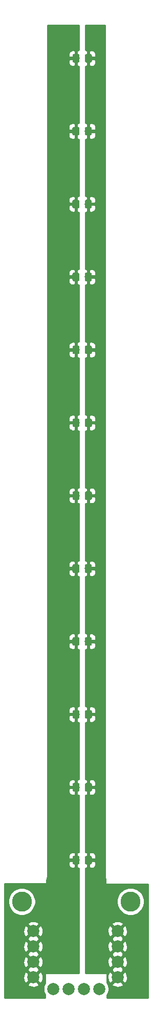
<source format=gbr>
G04 #@! TF.GenerationSoftware,KiCad,Pcbnew,(5.1.4)-1*
G04 #@! TF.CreationDate,2019-09-16T17:16:43+02:00*
G04 #@! TF.ProjectId,LED_Leiste,4c45445f-4c65-4697-9374-652e6b696361,rev?*
G04 #@! TF.SameCoordinates,Original*
G04 #@! TF.FileFunction,Copper,L2,Bot*
G04 #@! TF.FilePolarity,Positive*
%FSLAX46Y46*%
G04 Gerber Fmt 4.6, Leading zero omitted, Abs format (unit mm)*
G04 Created by KiCad (PCBNEW (5.1.4)-1) date 2019-09-16 17:16:43*
%MOMM*%
%LPD*%
G04 APERTURE LIST*
%ADD10C,0.100000*%
%ADD11C,1.150000*%
%ADD12C,2.000000*%
%ADD13C,3.300000*%
%ADD14C,0.800000*%
%ADD15C,0.500000*%
%ADD16C,0.254000*%
G04 APERTURE END LIST*
D10*
G36*
X302374505Y-50501204D02*
G01*
X302398773Y-50504804D01*
X302422572Y-50510765D01*
X302445671Y-50519030D01*
X302467850Y-50529520D01*
X302488893Y-50542132D01*
X302508599Y-50556747D01*
X302526777Y-50573223D01*
X302543253Y-50591401D01*
X302557868Y-50611107D01*
X302570480Y-50632150D01*
X302580970Y-50654329D01*
X302589235Y-50677428D01*
X302595196Y-50701227D01*
X302598796Y-50725495D01*
X302600000Y-50749999D01*
X302600000Y-51650001D01*
X302598796Y-51674505D01*
X302595196Y-51698773D01*
X302589235Y-51722572D01*
X302580970Y-51745671D01*
X302570480Y-51767850D01*
X302557868Y-51788893D01*
X302543253Y-51808599D01*
X302526777Y-51826777D01*
X302508599Y-51843253D01*
X302488893Y-51857868D01*
X302467850Y-51870480D01*
X302445671Y-51880970D01*
X302422572Y-51889235D01*
X302398773Y-51895196D01*
X302374505Y-51898796D01*
X302350001Y-51900000D01*
X301699999Y-51900000D01*
X301675495Y-51898796D01*
X301651227Y-51895196D01*
X301627428Y-51889235D01*
X301604329Y-51880970D01*
X301582150Y-51870480D01*
X301561107Y-51857868D01*
X301541401Y-51843253D01*
X301523223Y-51826777D01*
X301506747Y-51808599D01*
X301492132Y-51788893D01*
X301479520Y-51767850D01*
X301469030Y-51745671D01*
X301460765Y-51722572D01*
X301454804Y-51698773D01*
X301451204Y-51674505D01*
X301450000Y-51650001D01*
X301450000Y-50749999D01*
X301451204Y-50725495D01*
X301454804Y-50701227D01*
X301460765Y-50677428D01*
X301469030Y-50654329D01*
X301479520Y-50632150D01*
X301492132Y-50611107D01*
X301506747Y-50591401D01*
X301523223Y-50573223D01*
X301541401Y-50556747D01*
X301561107Y-50542132D01*
X301582150Y-50529520D01*
X301604329Y-50519030D01*
X301627428Y-50510765D01*
X301651227Y-50504804D01*
X301675495Y-50501204D01*
X301699999Y-50500000D01*
X302350001Y-50500000D01*
X302374505Y-50501204D01*
X302374505Y-50501204D01*
G37*
D11*
X302025000Y-51200000D03*
D10*
G36*
X300324505Y-50501204D02*
G01*
X300348773Y-50504804D01*
X300372572Y-50510765D01*
X300395671Y-50519030D01*
X300417850Y-50529520D01*
X300438893Y-50542132D01*
X300458599Y-50556747D01*
X300476777Y-50573223D01*
X300493253Y-50591401D01*
X300507868Y-50611107D01*
X300520480Y-50632150D01*
X300530970Y-50654329D01*
X300539235Y-50677428D01*
X300545196Y-50701227D01*
X300548796Y-50725495D01*
X300550000Y-50749999D01*
X300550000Y-51650001D01*
X300548796Y-51674505D01*
X300545196Y-51698773D01*
X300539235Y-51722572D01*
X300530970Y-51745671D01*
X300520480Y-51767850D01*
X300507868Y-51788893D01*
X300493253Y-51808599D01*
X300476777Y-51826777D01*
X300458599Y-51843253D01*
X300438893Y-51857868D01*
X300417850Y-51870480D01*
X300395671Y-51880970D01*
X300372572Y-51889235D01*
X300348773Y-51895196D01*
X300324505Y-51898796D01*
X300300001Y-51900000D01*
X299649999Y-51900000D01*
X299625495Y-51898796D01*
X299601227Y-51895196D01*
X299577428Y-51889235D01*
X299554329Y-51880970D01*
X299532150Y-51870480D01*
X299511107Y-51857868D01*
X299491401Y-51843253D01*
X299473223Y-51826777D01*
X299456747Y-51808599D01*
X299442132Y-51788893D01*
X299429520Y-51767850D01*
X299419030Y-51745671D01*
X299410765Y-51722572D01*
X299404804Y-51698773D01*
X299401204Y-51674505D01*
X299400000Y-51650001D01*
X299400000Y-50749999D01*
X299401204Y-50725495D01*
X299404804Y-50701227D01*
X299410765Y-50677428D01*
X299419030Y-50654329D01*
X299429520Y-50632150D01*
X299442132Y-50611107D01*
X299456747Y-50591401D01*
X299473223Y-50573223D01*
X299491401Y-50556747D01*
X299511107Y-50542132D01*
X299532150Y-50529520D01*
X299554329Y-50519030D01*
X299577428Y-50510765D01*
X299601227Y-50504804D01*
X299625495Y-50501204D01*
X299649999Y-50500000D01*
X300300001Y-50500000D01*
X300324505Y-50501204D01*
X300324505Y-50501204D01*
G37*
D11*
X299975000Y-51200000D03*
D10*
G36*
X302349505Y-62501204D02*
G01*
X302373773Y-62504804D01*
X302397572Y-62510765D01*
X302420671Y-62519030D01*
X302442850Y-62529520D01*
X302463893Y-62542132D01*
X302483599Y-62556747D01*
X302501777Y-62573223D01*
X302518253Y-62591401D01*
X302532868Y-62611107D01*
X302545480Y-62632150D01*
X302555970Y-62654329D01*
X302564235Y-62677428D01*
X302570196Y-62701227D01*
X302573796Y-62725495D01*
X302575000Y-62749999D01*
X302575000Y-63650001D01*
X302573796Y-63674505D01*
X302570196Y-63698773D01*
X302564235Y-63722572D01*
X302555970Y-63745671D01*
X302545480Y-63767850D01*
X302532868Y-63788893D01*
X302518253Y-63808599D01*
X302501777Y-63826777D01*
X302483599Y-63843253D01*
X302463893Y-63857868D01*
X302442850Y-63870480D01*
X302420671Y-63880970D01*
X302397572Y-63889235D01*
X302373773Y-63895196D01*
X302349505Y-63898796D01*
X302325001Y-63900000D01*
X301674999Y-63900000D01*
X301650495Y-63898796D01*
X301626227Y-63895196D01*
X301602428Y-63889235D01*
X301579329Y-63880970D01*
X301557150Y-63870480D01*
X301536107Y-63857868D01*
X301516401Y-63843253D01*
X301498223Y-63826777D01*
X301481747Y-63808599D01*
X301467132Y-63788893D01*
X301454520Y-63767850D01*
X301444030Y-63745671D01*
X301435765Y-63722572D01*
X301429804Y-63698773D01*
X301426204Y-63674505D01*
X301425000Y-63650001D01*
X301425000Y-62749999D01*
X301426204Y-62725495D01*
X301429804Y-62701227D01*
X301435765Y-62677428D01*
X301444030Y-62654329D01*
X301454520Y-62632150D01*
X301467132Y-62611107D01*
X301481747Y-62591401D01*
X301498223Y-62573223D01*
X301516401Y-62556747D01*
X301536107Y-62542132D01*
X301557150Y-62529520D01*
X301579329Y-62519030D01*
X301602428Y-62510765D01*
X301626227Y-62504804D01*
X301650495Y-62501204D01*
X301674999Y-62500000D01*
X302325001Y-62500000D01*
X302349505Y-62501204D01*
X302349505Y-62501204D01*
G37*
D11*
X302000000Y-63200000D03*
D10*
G36*
X300299505Y-62501204D02*
G01*
X300323773Y-62504804D01*
X300347572Y-62510765D01*
X300370671Y-62519030D01*
X300392850Y-62529520D01*
X300413893Y-62542132D01*
X300433599Y-62556747D01*
X300451777Y-62573223D01*
X300468253Y-62591401D01*
X300482868Y-62611107D01*
X300495480Y-62632150D01*
X300505970Y-62654329D01*
X300514235Y-62677428D01*
X300520196Y-62701227D01*
X300523796Y-62725495D01*
X300525000Y-62749999D01*
X300525000Y-63650001D01*
X300523796Y-63674505D01*
X300520196Y-63698773D01*
X300514235Y-63722572D01*
X300505970Y-63745671D01*
X300495480Y-63767850D01*
X300482868Y-63788893D01*
X300468253Y-63808599D01*
X300451777Y-63826777D01*
X300433599Y-63843253D01*
X300413893Y-63857868D01*
X300392850Y-63870480D01*
X300370671Y-63880970D01*
X300347572Y-63889235D01*
X300323773Y-63895196D01*
X300299505Y-63898796D01*
X300275001Y-63900000D01*
X299624999Y-63900000D01*
X299600495Y-63898796D01*
X299576227Y-63895196D01*
X299552428Y-63889235D01*
X299529329Y-63880970D01*
X299507150Y-63870480D01*
X299486107Y-63857868D01*
X299466401Y-63843253D01*
X299448223Y-63826777D01*
X299431747Y-63808599D01*
X299417132Y-63788893D01*
X299404520Y-63767850D01*
X299394030Y-63745671D01*
X299385765Y-63722572D01*
X299379804Y-63698773D01*
X299376204Y-63674505D01*
X299375000Y-63650001D01*
X299375000Y-62749999D01*
X299376204Y-62725495D01*
X299379804Y-62701227D01*
X299385765Y-62677428D01*
X299394030Y-62654329D01*
X299404520Y-62632150D01*
X299417132Y-62611107D01*
X299431747Y-62591401D01*
X299448223Y-62573223D01*
X299466401Y-62556747D01*
X299486107Y-62542132D01*
X299507150Y-62529520D01*
X299529329Y-62519030D01*
X299552428Y-62510765D01*
X299576227Y-62504804D01*
X299600495Y-62501204D01*
X299624999Y-62500000D01*
X300275001Y-62500000D01*
X300299505Y-62501204D01*
X300299505Y-62501204D01*
G37*
D11*
X299950000Y-63200000D03*
D10*
G36*
X300299505Y-74501204D02*
G01*
X300323773Y-74504804D01*
X300347572Y-74510765D01*
X300370671Y-74519030D01*
X300392850Y-74529520D01*
X300413893Y-74542132D01*
X300433599Y-74556747D01*
X300451777Y-74573223D01*
X300468253Y-74591401D01*
X300482868Y-74611107D01*
X300495480Y-74632150D01*
X300505970Y-74654329D01*
X300514235Y-74677428D01*
X300520196Y-74701227D01*
X300523796Y-74725495D01*
X300525000Y-74749999D01*
X300525000Y-75650001D01*
X300523796Y-75674505D01*
X300520196Y-75698773D01*
X300514235Y-75722572D01*
X300505970Y-75745671D01*
X300495480Y-75767850D01*
X300482868Y-75788893D01*
X300468253Y-75808599D01*
X300451777Y-75826777D01*
X300433599Y-75843253D01*
X300413893Y-75857868D01*
X300392850Y-75870480D01*
X300370671Y-75880970D01*
X300347572Y-75889235D01*
X300323773Y-75895196D01*
X300299505Y-75898796D01*
X300275001Y-75900000D01*
X299624999Y-75900000D01*
X299600495Y-75898796D01*
X299576227Y-75895196D01*
X299552428Y-75889235D01*
X299529329Y-75880970D01*
X299507150Y-75870480D01*
X299486107Y-75857868D01*
X299466401Y-75843253D01*
X299448223Y-75826777D01*
X299431747Y-75808599D01*
X299417132Y-75788893D01*
X299404520Y-75767850D01*
X299394030Y-75745671D01*
X299385765Y-75722572D01*
X299379804Y-75698773D01*
X299376204Y-75674505D01*
X299375000Y-75650001D01*
X299375000Y-74749999D01*
X299376204Y-74725495D01*
X299379804Y-74701227D01*
X299385765Y-74677428D01*
X299394030Y-74654329D01*
X299404520Y-74632150D01*
X299417132Y-74611107D01*
X299431747Y-74591401D01*
X299448223Y-74573223D01*
X299466401Y-74556747D01*
X299486107Y-74542132D01*
X299507150Y-74529520D01*
X299529329Y-74519030D01*
X299552428Y-74510765D01*
X299576227Y-74504804D01*
X299600495Y-74501204D01*
X299624999Y-74500000D01*
X300275001Y-74500000D01*
X300299505Y-74501204D01*
X300299505Y-74501204D01*
G37*
D11*
X299950000Y-75200000D03*
D10*
G36*
X302349505Y-74501204D02*
G01*
X302373773Y-74504804D01*
X302397572Y-74510765D01*
X302420671Y-74519030D01*
X302442850Y-74529520D01*
X302463893Y-74542132D01*
X302483599Y-74556747D01*
X302501777Y-74573223D01*
X302518253Y-74591401D01*
X302532868Y-74611107D01*
X302545480Y-74632150D01*
X302555970Y-74654329D01*
X302564235Y-74677428D01*
X302570196Y-74701227D01*
X302573796Y-74725495D01*
X302575000Y-74749999D01*
X302575000Y-75650001D01*
X302573796Y-75674505D01*
X302570196Y-75698773D01*
X302564235Y-75722572D01*
X302555970Y-75745671D01*
X302545480Y-75767850D01*
X302532868Y-75788893D01*
X302518253Y-75808599D01*
X302501777Y-75826777D01*
X302483599Y-75843253D01*
X302463893Y-75857868D01*
X302442850Y-75870480D01*
X302420671Y-75880970D01*
X302397572Y-75889235D01*
X302373773Y-75895196D01*
X302349505Y-75898796D01*
X302325001Y-75900000D01*
X301674999Y-75900000D01*
X301650495Y-75898796D01*
X301626227Y-75895196D01*
X301602428Y-75889235D01*
X301579329Y-75880970D01*
X301557150Y-75870480D01*
X301536107Y-75857868D01*
X301516401Y-75843253D01*
X301498223Y-75826777D01*
X301481747Y-75808599D01*
X301467132Y-75788893D01*
X301454520Y-75767850D01*
X301444030Y-75745671D01*
X301435765Y-75722572D01*
X301429804Y-75698773D01*
X301426204Y-75674505D01*
X301425000Y-75650001D01*
X301425000Y-74749999D01*
X301426204Y-74725495D01*
X301429804Y-74701227D01*
X301435765Y-74677428D01*
X301444030Y-74654329D01*
X301454520Y-74632150D01*
X301467132Y-74611107D01*
X301481747Y-74591401D01*
X301498223Y-74573223D01*
X301516401Y-74556747D01*
X301536107Y-74542132D01*
X301557150Y-74529520D01*
X301579329Y-74519030D01*
X301602428Y-74510765D01*
X301626227Y-74504804D01*
X301650495Y-74501204D01*
X301674999Y-74500000D01*
X302325001Y-74500000D01*
X302349505Y-74501204D01*
X302349505Y-74501204D01*
G37*
D11*
X302000000Y-75200000D03*
D10*
G36*
X302349505Y-86501204D02*
G01*
X302373773Y-86504804D01*
X302397572Y-86510765D01*
X302420671Y-86519030D01*
X302442850Y-86529520D01*
X302463893Y-86542132D01*
X302483599Y-86556747D01*
X302501777Y-86573223D01*
X302518253Y-86591401D01*
X302532868Y-86611107D01*
X302545480Y-86632150D01*
X302555970Y-86654329D01*
X302564235Y-86677428D01*
X302570196Y-86701227D01*
X302573796Y-86725495D01*
X302575000Y-86749999D01*
X302575000Y-87650001D01*
X302573796Y-87674505D01*
X302570196Y-87698773D01*
X302564235Y-87722572D01*
X302555970Y-87745671D01*
X302545480Y-87767850D01*
X302532868Y-87788893D01*
X302518253Y-87808599D01*
X302501777Y-87826777D01*
X302483599Y-87843253D01*
X302463893Y-87857868D01*
X302442850Y-87870480D01*
X302420671Y-87880970D01*
X302397572Y-87889235D01*
X302373773Y-87895196D01*
X302349505Y-87898796D01*
X302325001Y-87900000D01*
X301674999Y-87900000D01*
X301650495Y-87898796D01*
X301626227Y-87895196D01*
X301602428Y-87889235D01*
X301579329Y-87880970D01*
X301557150Y-87870480D01*
X301536107Y-87857868D01*
X301516401Y-87843253D01*
X301498223Y-87826777D01*
X301481747Y-87808599D01*
X301467132Y-87788893D01*
X301454520Y-87767850D01*
X301444030Y-87745671D01*
X301435765Y-87722572D01*
X301429804Y-87698773D01*
X301426204Y-87674505D01*
X301425000Y-87650001D01*
X301425000Y-86749999D01*
X301426204Y-86725495D01*
X301429804Y-86701227D01*
X301435765Y-86677428D01*
X301444030Y-86654329D01*
X301454520Y-86632150D01*
X301467132Y-86611107D01*
X301481747Y-86591401D01*
X301498223Y-86573223D01*
X301516401Y-86556747D01*
X301536107Y-86542132D01*
X301557150Y-86529520D01*
X301579329Y-86519030D01*
X301602428Y-86510765D01*
X301626227Y-86504804D01*
X301650495Y-86501204D01*
X301674999Y-86500000D01*
X302325001Y-86500000D01*
X302349505Y-86501204D01*
X302349505Y-86501204D01*
G37*
D11*
X302000000Y-87200000D03*
D10*
G36*
X300299505Y-86501204D02*
G01*
X300323773Y-86504804D01*
X300347572Y-86510765D01*
X300370671Y-86519030D01*
X300392850Y-86529520D01*
X300413893Y-86542132D01*
X300433599Y-86556747D01*
X300451777Y-86573223D01*
X300468253Y-86591401D01*
X300482868Y-86611107D01*
X300495480Y-86632150D01*
X300505970Y-86654329D01*
X300514235Y-86677428D01*
X300520196Y-86701227D01*
X300523796Y-86725495D01*
X300525000Y-86749999D01*
X300525000Y-87650001D01*
X300523796Y-87674505D01*
X300520196Y-87698773D01*
X300514235Y-87722572D01*
X300505970Y-87745671D01*
X300495480Y-87767850D01*
X300482868Y-87788893D01*
X300468253Y-87808599D01*
X300451777Y-87826777D01*
X300433599Y-87843253D01*
X300413893Y-87857868D01*
X300392850Y-87870480D01*
X300370671Y-87880970D01*
X300347572Y-87889235D01*
X300323773Y-87895196D01*
X300299505Y-87898796D01*
X300275001Y-87900000D01*
X299624999Y-87900000D01*
X299600495Y-87898796D01*
X299576227Y-87895196D01*
X299552428Y-87889235D01*
X299529329Y-87880970D01*
X299507150Y-87870480D01*
X299486107Y-87857868D01*
X299466401Y-87843253D01*
X299448223Y-87826777D01*
X299431747Y-87808599D01*
X299417132Y-87788893D01*
X299404520Y-87767850D01*
X299394030Y-87745671D01*
X299385765Y-87722572D01*
X299379804Y-87698773D01*
X299376204Y-87674505D01*
X299375000Y-87650001D01*
X299375000Y-86749999D01*
X299376204Y-86725495D01*
X299379804Y-86701227D01*
X299385765Y-86677428D01*
X299394030Y-86654329D01*
X299404520Y-86632150D01*
X299417132Y-86611107D01*
X299431747Y-86591401D01*
X299448223Y-86573223D01*
X299466401Y-86556747D01*
X299486107Y-86542132D01*
X299507150Y-86529520D01*
X299529329Y-86519030D01*
X299552428Y-86510765D01*
X299576227Y-86504804D01*
X299600495Y-86501204D01*
X299624999Y-86500000D01*
X300275001Y-86500000D01*
X300299505Y-86501204D01*
X300299505Y-86501204D01*
G37*
D11*
X299950000Y-87200000D03*
D10*
G36*
X300324505Y-98501204D02*
G01*
X300348773Y-98504804D01*
X300372572Y-98510765D01*
X300395671Y-98519030D01*
X300417850Y-98529520D01*
X300438893Y-98542132D01*
X300458599Y-98556747D01*
X300476777Y-98573223D01*
X300493253Y-98591401D01*
X300507868Y-98611107D01*
X300520480Y-98632150D01*
X300530970Y-98654329D01*
X300539235Y-98677428D01*
X300545196Y-98701227D01*
X300548796Y-98725495D01*
X300550000Y-98749999D01*
X300550000Y-99650001D01*
X300548796Y-99674505D01*
X300545196Y-99698773D01*
X300539235Y-99722572D01*
X300530970Y-99745671D01*
X300520480Y-99767850D01*
X300507868Y-99788893D01*
X300493253Y-99808599D01*
X300476777Y-99826777D01*
X300458599Y-99843253D01*
X300438893Y-99857868D01*
X300417850Y-99870480D01*
X300395671Y-99880970D01*
X300372572Y-99889235D01*
X300348773Y-99895196D01*
X300324505Y-99898796D01*
X300300001Y-99900000D01*
X299649999Y-99900000D01*
X299625495Y-99898796D01*
X299601227Y-99895196D01*
X299577428Y-99889235D01*
X299554329Y-99880970D01*
X299532150Y-99870480D01*
X299511107Y-99857868D01*
X299491401Y-99843253D01*
X299473223Y-99826777D01*
X299456747Y-99808599D01*
X299442132Y-99788893D01*
X299429520Y-99767850D01*
X299419030Y-99745671D01*
X299410765Y-99722572D01*
X299404804Y-99698773D01*
X299401204Y-99674505D01*
X299400000Y-99650001D01*
X299400000Y-98749999D01*
X299401204Y-98725495D01*
X299404804Y-98701227D01*
X299410765Y-98677428D01*
X299419030Y-98654329D01*
X299429520Y-98632150D01*
X299442132Y-98611107D01*
X299456747Y-98591401D01*
X299473223Y-98573223D01*
X299491401Y-98556747D01*
X299511107Y-98542132D01*
X299532150Y-98529520D01*
X299554329Y-98519030D01*
X299577428Y-98510765D01*
X299601227Y-98504804D01*
X299625495Y-98501204D01*
X299649999Y-98500000D01*
X300300001Y-98500000D01*
X300324505Y-98501204D01*
X300324505Y-98501204D01*
G37*
D11*
X299975000Y-99200000D03*
D10*
G36*
X302374505Y-98501204D02*
G01*
X302398773Y-98504804D01*
X302422572Y-98510765D01*
X302445671Y-98519030D01*
X302467850Y-98529520D01*
X302488893Y-98542132D01*
X302508599Y-98556747D01*
X302526777Y-98573223D01*
X302543253Y-98591401D01*
X302557868Y-98611107D01*
X302570480Y-98632150D01*
X302580970Y-98654329D01*
X302589235Y-98677428D01*
X302595196Y-98701227D01*
X302598796Y-98725495D01*
X302600000Y-98749999D01*
X302600000Y-99650001D01*
X302598796Y-99674505D01*
X302595196Y-99698773D01*
X302589235Y-99722572D01*
X302580970Y-99745671D01*
X302570480Y-99767850D01*
X302557868Y-99788893D01*
X302543253Y-99808599D01*
X302526777Y-99826777D01*
X302508599Y-99843253D01*
X302488893Y-99857868D01*
X302467850Y-99870480D01*
X302445671Y-99880970D01*
X302422572Y-99889235D01*
X302398773Y-99895196D01*
X302374505Y-99898796D01*
X302350001Y-99900000D01*
X301699999Y-99900000D01*
X301675495Y-99898796D01*
X301651227Y-99895196D01*
X301627428Y-99889235D01*
X301604329Y-99880970D01*
X301582150Y-99870480D01*
X301561107Y-99857868D01*
X301541401Y-99843253D01*
X301523223Y-99826777D01*
X301506747Y-99808599D01*
X301492132Y-99788893D01*
X301479520Y-99767850D01*
X301469030Y-99745671D01*
X301460765Y-99722572D01*
X301454804Y-99698773D01*
X301451204Y-99674505D01*
X301450000Y-99650001D01*
X301450000Y-98749999D01*
X301451204Y-98725495D01*
X301454804Y-98701227D01*
X301460765Y-98677428D01*
X301469030Y-98654329D01*
X301479520Y-98632150D01*
X301492132Y-98611107D01*
X301506747Y-98591401D01*
X301523223Y-98573223D01*
X301541401Y-98556747D01*
X301561107Y-98542132D01*
X301582150Y-98529520D01*
X301604329Y-98519030D01*
X301627428Y-98510765D01*
X301651227Y-98504804D01*
X301675495Y-98501204D01*
X301699999Y-98500000D01*
X302350001Y-98500000D01*
X302374505Y-98501204D01*
X302374505Y-98501204D01*
G37*
D11*
X302025000Y-99200000D03*
D10*
G36*
X302374505Y-110501204D02*
G01*
X302398773Y-110504804D01*
X302422572Y-110510765D01*
X302445671Y-110519030D01*
X302467850Y-110529520D01*
X302488893Y-110542132D01*
X302508599Y-110556747D01*
X302526777Y-110573223D01*
X302543253Y-110591401D01*
X302557868Y-110611107D01*
X302570480Y-110632150D01*
X302580970Y-110654329D01*
X302589235Y-110677428D01*
X302595196Y-110701227D01*
X302598796Y-110725495D01*
X302600000Y-110749999D01*
X302600000Y-111650001D01*
X302598796Y-111674505D01*
X302595196Y-111698773D01*
X302589235Y-111722572D01*
X302580970Y-111745671D01*
X302570480Y-111767850D01*
X302557868Y-111788893D01*
X302543253Y-111808599D01*
X302526777Y-111826777D01*
X302508599Y-111843253D01*
X302488893Y-111857868D01*
X302467850Y-111870480D01*
X302445671Y-111880970D01*
X302422572Y-111889235D01*
X302398773Y-111895196D01*
X302374505Y-111898796D01*
X302350001Y-111900000D01*
X301699999Y-111900000D01*
X301675495Y-111898796D01*
X301651227Y-111895196D01*
X301627428Y-111889235D01*
X301604329Y-111880970D01*
X301582150Y-111870480D01*
X301561107Y-111857868D01*
X301541401Y-111843253D01*
X301523223Y-111826777D01*
X301506747Y-111808599D01*
X301492132Y-111788893D01*
X301479520Y-111767850D01*
X301469030Y-111745671D01*
X301460765Y-111722572D01*
X301454804Y-111698773D01*
X301451204Y-111674505D01*
X301450000Y-111650001D01*
X301450000Y-110749999D01*
X301451204Y-110725495D01*
X301454804Y-110701227D01*
X301460765Y-110677428D01*
X301469030Y-110654329D01*
X301479520Y-110632150D01*
X301492132Y-110611107D01*
X301506747Y-110591401D01*
X301523223Y-110573223D01*
X301541401Y-110556747D01*
X301561107Y-110542132D01*
X301582150Y-110529520D01*
X301604329Y-110519030D01*
X301627428Y-110510765D01*
X301651227Y-110504804D01*
X301675495Y-110501204D01*
X301699999Y-110500000D01*
X302350001Y-110500000D01*
X302374505Y-110501204D01*
X302374505Y-110501204D01*
G37*
D11*
X302025000Y-111200000D03*
D10*
G36*
X300324505Y-110501204D02*
G01*
X300348773Y-110504804D01*
X300372572Y-110510765D01*
X300395671Y-110519030D01*
X300417850Y-110529520D01*
X300438893Y-110542132D01*
X300458599Y-110556747D01*
X300476777Y-110573223D01*
X300493253Y-110591401D01*
X300507868Y-110611107D01*
X300520480Y-110632150D01*
X300530970Y-110654329D01*
X300539235Y-110677428D01*
X300545196Y-110701227D01*
X300548796Y-110725495D01*
X300550000Y-110749999D01*
X300550000Y-111650001D01*
X300548796Y-111674505D01*
X300545196Y-111698773D01*
X300539235Y-111722572D01*
X300530970Y-111745671D01*
X300520480Y-111767850D01*
X300507868Y-111788893D01*
X300493253Y-111808599D01*
X300476777Y-111826777D01*
X300458599Y-111843253D01*
X300438893Y-111857868D01*
X300417850Y-111870480D01*
X300395671Y-111880970D01*
X300372572Y-111889235D01*
X300348773Y-111895196D01*
X300324505Y-111898796D01*
X300300001Y-111900000D01*
X299649999Y-111900000D01*
X299625495Y-111898796D01*
X299601227Y-111895196D01*
X299577428Y-111889235D01*
X299554329Y-111880970D01*
X299532150Y-111870480D01*
X299511107Y-111857868D01*
X299491401Y-111843253D01*
X299473223Y-111826777D01*
X299456747Y-111808599D01*
X299442132Y-111788893D01*
X299429520Y-111767850D01*
X299419030Y-111745671D01*
X299410765Y-111722572D01*
X299404804Y-111698773D01*
X299401204Y-111674505D01*
X299400000Y-111650001D01*
X299400000Y-110749999D01*
X299401204Y-110725495D01*
X299404804Y-110701227D01*
X299410765Y-110677428D01*
X299419030Y-110654329D01*
X299429520Y-110632150D01*
X299442132Y-110611107D01*
X299456747Y-110591401D01*
X299473223Y-110573223D01*
X299491401Y-110556747D01*
X299511107Y-110542132D01*
X299532150Y-110529520D01*
X299554329Y-110519030D01*
X299577428Y-110510765D01*
X299601227Y-110504804D01*
X299625495Y-110501204D01*
X299649999Y-110500000D01*
X300300001Y-110500000D01*
X300324505Y-110501204D01*
X300324505Y-110501204D01*
G37*
D11*
X299975000Y-111200000D03*
D10*
G36*
X300324505Y-122501204D02*
G01*
X300348773Y-122504804D01*
X300372572Y-122510765D01*
X300395671Y-122519030D01*
X300417850Y-122529520D01*
X300438893Y-122542132D01*
X300458599Y-122556747D01*
X300476777Y-122573223D01*
X300493253Y-122591401D01*
X300507868Y-122611107D01*
X300520480Y-122632150D01*
X300530970Y-122654329D01*
X300539235Y-122677428D01*
X300545196Y-122701227D01*
X300548796Y-122725495D01*
X300550000Y-122749999D01*
X300550000Y-123650001D01*
X300548796Y-123674505D01*
X300545196Y-123698773D01*
X300539235Y-123722572D01*
X300530970Y-123745671D01*
X300520480Y-123767850D01*
X300507868Y-123788893D01*
X300493253Y-123808599D01*
X300476777Y-123826777D01*
X300458599Y-123843253D01*
X300438893Y-123857868D01*
X300417850Y-123870480D01*
X300395671Y-123880970D01*
X300372572Y-123889235D01*
X300348773Y-123895196D01*
X300324505Y-123898796D01*
X300300001Y-123900000D01*
X299649999Y-123900000D01*
X299625495Y-123898796D01*
X299601227Y-123895196D01*
X299577428Y-123889235D01*
X299554329Y-123880970D01*
X299532150Y-123870480D01*
X299511107Y-123857868D01*
X299491401Y-123843253D01*
X299473223Y-123826777D01*
X299456747Y-123808599D01*
X299442132Y-123788893D01*
X299429520Y-123767850D01*
X299419030Y-123745671D01*
X299410765Y-123722572D01*
X299404804Y-123698773D01*
X299401204Y-123674505D01*
X299400000Y-123650001D01*
X299400000Y-122749999D01*
X299401204Y-122725495D01*
X299404804Y-122701227D01*
X299410765Y-122677428D01*
X299419030Y-122654329D01*
X299429520Y-122632150D01*
X299442132Y-122611107D01*
X299456747Y-122591401D01*
X299473223Y-122573223D01*
X299491401Y-122556747D01*
X299511107Y-122542132D01*
X299532150Y-122529520D01*
X299554329Y-122519030D01*
X299577428Y-122510765D01*
X299601227Y-122504804D01*
X299625495Y-122501204D01*
X299649999Y-122500000D01*
X300300001Y-122500000D01*
X300324505Y-122501204D01*
X300324505Y-122501204D01*
G37*
D11*
X299975000Y-123200000D03*
D10*
G36*
X302374505Y-122501204D02*
G01*
X302398773Y-122504804D01*
X302422572Y-122510765D01*
X302445671Y-122519030D01*
X302467850Y-122529520D01*
X302488893Y-122542132D01*
X302508599Y-122556747D01*
X302526777Y-122573223D01*
X302543253Y-122591401D01*
X302557868Y-122611107D01*
X302570480Y-122632150D01*
X302580970Y-122654329D01*
X302589235Y-122677428D01*
X302595196Y-122701227D01*
X302598796Y-122725495D01*
X302600000Y-122749999D01*
X302600000Y-123650001D01*
X302598796Y-123674505D01*
X302595196Y-123698773D01*
X302589235Y-123722572D01*
X302580970Y-123745671D01*
X302570480Y-123767850D01*
X302557868Y-123788893D01*
X302543253Y-123808599D01*
X302526777Y-123826777D01*
X302508599Y-123843253D01*
X302488893Y-123857868D01*
X302467850Y-123870480D01*
X302445671Y-123880970D01*
X302422572Y-123889235D01*
X302398773Y-123895196D01*
X302374505Y-123898796D01*
X302350001Y-123900000D01*
X301699999Y-123900000D01*
X301675495Y-123898796D01*
X301651227Y-123895196D01*
X301627428Y-123889235D01*
X301604329Y-123880970D01*
X301582150Y-123870480D01*
X301561107Y-123857868D01*
X301541401Y-123843253D01*
X301523223Y-123826777D01*
X301506747Y-123808599D01*
X301492132Y-123788893D01*
X301479520Y-123767850D01*
X301469030Y-123745671D01*
X301460765Y-123722572D01*
X301454804Y-123698773D01*
X301451204Y-123674505D01*
X301450000Y-123650001D01*
X301450000Y-122749999D01*
X301451204Y-122725495D01*
X301454804Y-122701227D01*
X301460765Y-122677428D01*
X301469030Y-122654329D01*
X301479520Y-122632150D01*
X301492132Y-122611107D01*
X301506747Y-122591401D01*
X301523223Y-122573223D01*
X301541401Y-122556747D01*
X301561107Y-122542132D01*
X301582150Y-122529520D01*
X301604329Y-122519030D01*
X301627428Y-122510765D01*
X301651227Y-122504804D01*
X301675495Y-122501204D01*
X301699999Y-122500000D01*
X302350001Y-122500000D01*
X302374505Y-122501204D01*
X302374505Y-122501204D01*
G37*
D11*
X302025000Y-123200000D03*
D10*
G36*
X300299505Y-134501204D02*
G01*
X300323773Y-134504804D01*
X300347572Y-134510765D01*
X300370671Y-134519030D01*
X300392850Y-134529520D01*
X300413893Y-134542132D01*
X300433599Y-134556747D01*
X300451777Y-134573223D01*
X300468253Y-134591401D01*
X300482868Y-134611107D01*
X300495480Y-134632150D01*
X300505970Y-134654329D01*
X300514235Y-134677428D01*
X300520196Y-134701227D01*
X300523796Y-134725495D01*
X300525000Y-134749999D01*
X300525000Y-135650001D01*
X300523796Y-135674505D01*
X300520196Y-135698773D01*
X300514235Y-135722572D01*
X300505970Y-135745671D01*
X300495480Y-135767850D01*
X300482868Y-135788893D01*
X300468253Y-135808599D01*
X300451777Y-135826777D01*
X300433599Y-135843253D01*
X300413893Y-135857868D01*
X300392850Y-135870480D01*
X300370671Y-135880970D01*
X300347572Y-135889235D01*
X300323773Y-135895196D01*
X300299505Y-135898796D01*
X300275001Y-135900000D01*
X299624999Y-135900000D01*
X299600495Y-135898796D01*
X299576227Y-135895196D01*
X299552428Y-135889235D01*
X299529329Y-135880970D01*
X299507150Y-135870480D01*
X299486107Y-135857868D01*
X299466401Y-135843253D01*
X299448223Y-135826777D01*
X299431747Y-135808599D01*
X299417132Y-135788893D01*
X299404520Y-135767850D01*
X299394030Y-135745671D01*
X299385765Y-135722572D01*
X299379804Y-135698773D01*
X299376204Y-135674505D01*
X299375000Y-135650001D01*
X299375000Y-134749999D01*
X299376204Y-134725495D01*
X299379804Y-134701227D01*
X299385765Y-134677428D01*
X299394030Y-134654329D01*
X299404520Y-134632150D01*
X299417132Y-134611107D01*
X299431747Y-134591401D01*
X299448223Y-134573223D01*
X299466401Y-134556747D01*
X299486107Y-134542132D01*
X299507150Y-134529520D01*
X299529329Y-134519030D01*
X299552428Y-134510765D01*
X299576227Y-134504804D01*
X299600495Y-134501204D01*
X299624999Y-134500000D01*
X300275001Y-134500000D01*
X300299505Y-134501204D01*
X300299505Y-134501204D01*
G37*
D11*
X299950000Y-135200000D03*
D10*
G36*
X302349505Y-134501204D02*
G01*
X302373773Y-134504804D01*
X302397572Y-134510765D01*
X302420671Y-134519030D01*
X302442850Y-134529520D01*
X302463893Y-134542132D01*
X302483599Y-134556747D01*
X302501777Y-134573223D01*
X302518253Y-134591401D01*
X302532868Y-134611107D01*
X302545480Y-134632150D01*
X302555970Y-134654329D01*
X302564235Y-134677428D01*
X302570196Y-134701227D01*
X302573796Y-134725495D01*
X302575000Y-134749999D01*
X302575000Y-135650001D01*
X302573796Y-135674505D01*
X302570196Y-135698773D01*
X302564235Y-135722572D01*
X302555970Y-135745671D01*
X302545480Y-135767850D01*
X302532868Y-135788893D01*
X302518253Y-135808599D01*
X302501777Y-135826777D01*
X302483599Y-135843253D01*
X302463893Y-135857868D01*
X302442850Y-135870480D01*
X302420671Y-135880970D01*
X302397572Y-135889235D01*
X302373773Y-135895196D01*
X302349505Y-135898796D01*
X302325001Y-135900000D01*
X301674999Y-135900000D01*
X301650495Y-135898796D01*
X301626227Y-135895196D01*
X301602428Y-135889235D01*
X301579329Y-135880970D01*
X301557150Y-135870480D01*
X301536107Y-135857868D01*
X301516401Y-135843253D01*
X301498223Y-135826777D01*
X301481747Y-135808599D01*
X301467132Y-135788893D01*
X301454520Y-135767850D01*
X301444030Y-135745671D01*
X301435765Y-135722572D01*
X301429804Y-135698773D01*
X301426204Y-135674505D01*
X301425000Y-135650001D01*
X301425000Y-134749999D01*
X301426204Y-134725495D01*
X301429804Y-134701227D01*
X301435765Y-134677428D01*
X301444030Y-134654329D01*
X301454520Y-134632150D01*
X301467132Y-134611107D01*
X301481747Y-134591401D01*
X301498223Y-134573223D01*
X301516401Y-134556747D01*
X301536107Y-134542132D01*
X301557150Y-134529520D01*
X301579329Y-134519030D01*
X301602428Y-134510765D01*
X301626227Y-134504804D01*
X301650495Y-134501204D01*
X301674999Y-134500000D01*
X302325001Y-134500000D01*
X302349505Y-134501204D01*
X302349505Y-134501204D01*
G37*
D11*
X302000000Y-135200000D03*
D10*
G36*
X302349505Y-146501204D02*
G01*
X302373773Y-146504804D01*
X302397572Y-146510765D01*
X302420671Y-146519030D01*
X302442850Y-146529520D01*
X302463893Y-146542132D01*
X302483599Y-146556747D01*
X302501777Y-146573223D01*
X302518253Y-146591401D01*
X302532868Y-146611107D01*
X302545480Y-146632150D01*
X302555970Y-146654329D01*
X302564235Y-146677428D01*
X302570196Y-146701227D01*
X302573796Y-146725495D01*
X302575000Y-146749999D01*
X302575000Y-147650001D01*
X302573796Y-147674505D01*
X302570196Y-147698773D01*
X302564235Y-147722572D01*
X302555970Y-147745671D01*
X302545480Y-147767850D01*
X302532868Y-147788893D01*
X302518253Y-147808599D01*
X302501777Y-147826777D01*
X302483599Y-147843253D01*
X302463893Y-147857868D01*
X302442850Y-147870480D01*
X302420671Y-147880970D01*
X302397572Y-147889235D01*
X302373773Y-147895196D01*
X302349505Y-147898796D01*
X302325001Y-147900000D01*
X301674999Y-147900000D01*
X301650495Y-147898796D01*
X301626227Y-147895196D01*
X301602428Y-147889235D01*
X301579329Y-147880970D01*
X301557150Y-147870480D01*
X301536107Y-147857868D01*
X301516401Y-147843253D01*
X301498223Y-147826777D01*
X301481747Y-147808599D01*
X301467132Y-147788893D01*
X301454520Y-147767850D01*
X301444030Y-147745671D01*
X301435765Y-147722572D01*
X301429804Y-147698773D01*
X301426204Y-147674505D01*
X301425000Y-147650001D01*
X301425000Y-146749999D01*
X301426204Y-146725495D01*
X301429804Y-146701227D01*
X301435765Y-146677428D01*
X301444030Y-146654329D01*
X301454520Y-146632150D01*
X301467132Y-146611107D01*
X301481747Y-146591401D01*
X301498223Y-146573223D01*
X301516401Y-146556747D01*
X301536107Y-146542132D01*
X301557150Y-146529520D01*
X301579329Y-146519030D01*
X301602428Y-146510765D01*
X301626227Y-146504804D01*
X301650495Y-146501204D01*
X301674999Y-146500000D01*
X302325001Y-146500000D01*
X302349505Y-146501204D01*
X302349505Y-146501204D01*
G37*
D11*
X302000000Y-147200000D03*
D10*
G36*
X300299505Y-146501204D02*
G01*
X300323773Y-146504804D01*
X300347572Y-146510765D01*
X300370671Y-146519030D01*
X300392850Y-146529520D01*
X300413893Y-146542132D01*
X300433599Y-146556747D01*
X300451777Y-146573223D01*
X300468253Y-146591401D01*
X300482868Y-146611107D01*
X300495480Y-146632150D01*
X300505970Y-146654329D01*
X300514235Y-146677428D01*
X300520196Y-146701227D01*
X300523796Y-146725495D01*
X300525000Y-146749999D01*
X300525000Y-147650001D01*
X300523796Y-147674505D01*
X300520196Y-147698773D01*
X300514235Y-147722572D01*
X300505970Y-147745671D01*
X300495480Y-147767850D01*
X300482868Y-147788893D01*
X300468253Y-147808599D01*
X300451777Y-147826777D01*
X300433599Y-147843253D01*
X300413893Y-147857868D01*
X300392850Y-147870480D01*
X300370671Y-147880970D01*
X300347572Y-147889235D01*
X300323773Y-147895196D01*
X300299505Y-147898796D01*
X300275001Y-147900000D01*
X299624999Y-147900000D01*
X299600495Y-147898796D01*
X299576227Y-147895196D01*
X299552428Y-147889235D01*
X299529329Y-147880970D01*
X299507150Y-147870480D01*
X299486107Y-147857868D01*
X299466401Y-147843253D01*
X299448223Y-147826777D01*
X299431747Y-147808599D01*
X299417132Y-147788893D01*
X299404520Y-147767850D01*
X299394030Y-147745671D01*
X299385765Y-147722572D01*
X299379804Y-147698773D01*
X299376204Y-147674505D01*
X299375000Y-147650001D01*
X299375000Y-146749999D01*
X299376204Y-146725495D01*
X299379804Y-146701227D01*
X299385765Y-146677428D01*
X299394030Y-146654329D01*
X299404520Y-146632150D01*
X299417132Y-146611107D01*
X299431747Y-146591401D01*
X299448223Y-146573223D01*
X299466401Y-146556747D01*
X299486107Y-146542132D01*
X299507150Y-146529520D01*
X299529329Y-146519030D01*
X299552428Y-146510765D01*
X299576227Y-146504804D01*
X299600495Y-146501204D01*
X299624999Y-146500000D01*
X300275001Y-146500000D01*
X300299505Y-146501204D01*
X300299505Y-146501204D01*
G37*
D11*
X299950000Y-147200000D03*
D10*
G36*
X302374505Y-158501204D02*
G01*
X302398773Y-158504804D01*
X302422572Y-158510765D01*
X302445671Y-158519030D01*
X302467850Y-158529520D01*
X302488893Y-158542132D01*
X302508599Y-158556747D01*
X302526777Y-158573223D01*
X302543253Y-158591401D01*
X302557868Y-158611107D01*
X302570480Y-158632150D01*
X302580970Y-158654329D01*
X302589235Y-158677428D01*
X302595196Y-158701227D01*
X302598796Y-158725495D01*
X302600000Y-158749999D01*
X302600000Y-159650001D01*
X302598796Y-159674505D01*
X302595196Y-159698773D01*
X302589235Y-159722572D01*
X302580970Y-159745671D01*
X302570480Y-159767850D01*
X302557868Y-159788893D01*
X302543253Y-159808599D01*
X302526777Y-159826777D01*
X302508599Y-159843253D01*
X302488893Y-159857868D01*
X302467850Y-159870480D01*
X302445671Y-159880970D01*
X302422572Y-159889235D01*
X302398773Y-159895196D01*
X302374505Y-159898796D01*
X302350001Y-159900000D01*
X301699999Y-159900000D01*
X301675495Y-159898796D01*
X301651227Y-159895196D01*
X301627428Y-159889235D01*
X301604329Y-159880970D01*
X301582150Y-159870480D01*
X301561107Y-159857868D01*
X301541401Y-159843253D01*
X301523223Y-159826777D01*
X301506747Y-159808599D01*
X301492132Y-159788893D01*
X301479520Y-159767850D01*
X301469030Y-159745671D01*
X301460765Y-159722572D01*
X301454804Y-159698773D01*
X301451204Y-159674505D01*
X301450000Y-159650001D01*
X301450000Y-158749999D01*
X301451204Y-158725495D01*
X301454804Y-158701227D01*
X301460765Y-158677428D01*
X301469030Y-158654329D01*
X301479520Y-158632150D01*
X301492132Y-158611107D01*
X301506747Y-158591401D01*
X301523223Y-158573223D01*
X301541401Y-158556747D01*
X301561107Y-158542132D01*
X301582150Y-158529520D01*
X301604329Y-158519030D01*
X301627428Y-158510765D01*
X301651227Y-158504804D01*
X301675495Y-158501204D01*
X301699999Y-158500000D01*
X302350001Y-158500000D01*
X302374505Y-158501204D01*
X302374505Y-158501204D01*
G37*
D11*
X302025000Y-159200000D03*
D10*
G36*
X300324505Y-158501204D02*
G01*
X300348773Y-158504804D01*
X300372572Y-158510765D01*
X300395671Y-158519030D01*
X300417850Y-158529520D01*
X300438893Y-158542132D01*
X300458599Y-158556747D01*
X300476777Y-158573223D01*
X300493253Y-158591401D01*
X300507868Y-158611107D01*
X300520480Y-158632150D01*
X300530970Y-158654329D01*
X300539235Y-158677428D01*
X300545196Y-158701227D01*
X300548796Y-158725495D01*
X300550000Y-158749999D01*
X300550000Y-159650001D01*
X300548796Y-159674505D01*
X300545196Y-159698773D01*
X300539235Y-159722572D01*
X300530970Y-159745671D01*
X300520480Y-159767850D01*
X300507868Y-159788893D01*
X300493253Y-159808599D01*
X300476777Y-159826777D01*
X300458599Y-159843253D01*
X300438893Y-159857868D01*
X300417850Y-159870480D01*
X300395671Y-159880970D01*
X300372572Y-159889235D01*
X300348773Y-159895196D01*
X300324505Y-159898796D01*
X300300001Y-159900000D01*
X299649999Y-159900000D01*
X299625495Y-159898796D01*
X299601227Y-159895196D01*
X299577428Y-159889235D01*
X299554329Y-159880970D01*
X299532150Y-159870480D01*
X299511107Y-159857868D01*
X299491401Y-159843253D01*
X299473223Y-159826777D01*
X299456747Y-159808599D01*
X299442132Y-159788893D01*
X299429520Y-159767850D01*
X299419030Y-159745671D01*
X299410765Y-159722572D01*
X299404804Y-159698773D01*
X299401204Y-159674505D01*
X299400000Y-159650001D01*
X299400000Y-158749999D01*
X299401204Y-158725495D01*
X299404804Y-158701227D01*
X299410765Y-158677428D01*
X299419030Y-158654329D01*
X299429520Y-158632150D01*
X299442132Y-158611107D01*
X299456747Y-158591401D01*
X299473223Y-158573223D01*
X299491401Y-158556747D01*
X299511107Y-158542132D01*
X299532150Y-158529520D01*
X299554329Y-158519030D01*
X299577428Y-158510765D01*
X299601227Y-158504804D01*
X299625495Y-158501204D01*
X299649999Y-158500000D01*
X300300001Y-158500000D01*
X300324505Y-158501204D01*
X300324505Y-158501204D01*
G37*
D11*
X299975000Y-159200000D03*
D10*
G36*
X300324505Y-170501204D02*
G01*
X300348773Y-170504804D01*
X300372572Y-170510765D01*
X300395671Y-170519030D01*
X300417850Y-170529520D01*
X300438893Y-170542132D01*
X300458599Y-170556747D01*
X300476777Y-170573223D01*
X300493253Y-170591401D01*
X300507868Y-170611107D01*
X300520480Y-170632150D01*
X300530970Y-170654329D01*
X300539235Y-170677428D01*
X300545196Y-170701227D01*
X300548796Y-170725495D01*
X300550000Y-170749999D01*
X300550000Y-171650001D01*
X300548796Y-171674505D01*
X300545196Y-171698773D01*
X300539235Y-171722572D01*
X300530970Y-171745671D01*
X300520480Y-171767850D01*
X300507868Y-171788893D01*
X300493253Y-171808599D01*
X300476777Y-171826777D01*
X300458599Y-171843253D01*
X300438893Y-171857868D01*
X300417850Y-171870480D01*
X300395671Y-171880970D01*
X300372572Y-171889235D01*
X300348773Y-171895196D01*
X300324505Y-171898796D01*
X300300001Y-171900000D01*
X299649999Y-171900000D01*
X299625495Y-171898796D01*
X299601227Y-171895196D01*
X299577428Y-171889235D01*
X299554329Y-171880970D01*
X299532150Y-171870480D01*
X299511107Y-171857868D01*
X299491401Y-171843253D01*
X299473223Y-171826777D01*
X299456747Y-171808599D01*
X299442132Y-171788893D01*
X299429520Y-171767850D01*
X299419030Y-171745671D01*
X299410765Y-171722572D01*
X299404804Y-171698773D01*
X299401204Y-171674505D01*
X299400000Y-171650001D01*
X299400000Y-170749999D01*
X299401204Y-170725495D01*
X299404804Y-170701227D01*
X299410765Y-170677428D01*
X299419030Y-170654329D01*
X299429520Y-170632150D01*
X299442132Y-170611107D01*
X299456747Y-170591401D01*
X299473223Y-170573223D01*
X299491401Y-170556747D01*
X299511107Y-170542132D01*
X299532150Y-170529520D01*
X299554329Y-170519030D01*
X299577428Y-170510765D01*
X299601227Y-170504804D01*
X299625495Y-170501204D01*
X299649999Y-170500000D01*
X300300001Y-170500000D01*
X300324505Y-170501204D01*
X300324505Y-170501204D01*
G37*
D11*
X299975000Y-171200000D03*
D10*
G36*
X302374505Y-170501204D02*
G01*
X302398773Y-170504804D01*
X302422572Y-170510765D01*
X302445671Y-170519030D01*
X302467850Y-170529520D01*
X302488893Y-170542132D01*
X302508599Y-170556747D01*
X302526777Y-170573223D01*
X302543253Y-170591401D01*
X302557868Y-170611107D01*
X302570480Y-170632150D01*
X302580970Y-170654329D01*
X302589235Y-170677428D01*
X302595196Y-170701227D01*
X302598796Y-170725495D01*
X302600000Y-170749999D01*
X302600000Y-171650001D01*
X302598796Y-171674505D01*
X302595196Y-171698773D01*
X302589235Y-171722572D01*
X302580970Y-171745671D01*
X302570480Y-171767850D01*
X302557868Y-171788893D01*
X302543253Y-171808599D01*
X302526777Y-171826777D01*
X302508599Y-171843253D01*
X302488893Y-171857868D01*
X302467850Y-171870480D01*
X302445671Y-171880970D01*
X302422572Y-171889235D01*
X302398773Y-171895196D01*
X302374505Y-171898796D01*
X302350001Y-171900000D01*
X301699999Y-171900000D01*
X301675495Y-171898796D01*
X301651227Y-171895196D01*
X301627428Y-171889235D01*
X301604329Y-171880970D01*
X301582150Y-171870480D01*
X301561107Y-171857868D01*
X301541401Y-171843253D01*
X301523223Y-171826777D01*
X301506747Y-171808599D01*
X301492132Y-171788893D01*
X301479520Y-171767850D01*
X301469030Y-171745671D01*
X301460765Y-171722572D01*
X301454804Y-171698773D01*
X301451204Y-171674505D01*
X301450000Y-171650001D01*
X301450000Y-170749999D01*
X301451204Y-170725495D01*
X301454804Y-170701227D01*
X301460765Y-170677428D01*
X301469030Y-170654329D01*
X301479520Y-170632150D01*
X301492132Y-170611107D01*
X301506747Y-170591401D01*
X301523223Y-170573223D01*
X301541401Y-170556747D01*
X301561107Y-170542132D01*
X301582150Y-170529520D01*
X301604329Y-170519030D01*
X301627428Y-170510765D01*
X301651227Y-170504804D01*
X301675495Y-170501204D01*
X301699999Y-170500000D01*
X302350001Y-170500000D01*
X302374505Y-170501204D01*
X302374505Y-170501204D01*
G37*
D11*
X302025000Y-171200000D03*
D10*
G36*
X302374505Y-182501204D02*
G01*
X302398773Y-182504804D01*
X302422572Y-182510765D01*
X302445671Y-182519030D01*
X302467850Y-182529520D01*
X302488893Y-182542132D01*
X302508599Y-182556747D01*
X302526777Y-182573223D01*
X302543253Y-182591401D01*
X302557868Y-182611107D01*
X302570480Y-182632150D01*
X302580970Y-182654329D01*
X302589235Y-182677428D01*
X302595196Y-182701227D01*
X302598796Y-182725495D01*
X302600000Y-182749999D01*
X302600000Y-183650001D01*
X302598796Y-183674505D01*
X302595196Y-183698773D01*
X302589235Y-183722572D01*
X302580970Y-183745671D01*
X302570480Y-183767850D01*
X302557868Y-183788893D01*
X302543253Y-183808599D01*
X302526777Y-183826777D01*
X302508599Y-183843253D01*
X302488893Y-183857868D01*
X302467850Y-183870480D01*
X302445671Y-183880970D01*
X302422572Y-183889235D01*
X302398773Y-183895196D01*
X302374505Y-183898796D01*
X302350001Y-183900000D01*
X301699999Y-183900000D01*
X301675495Y-183898796D01*
X301651227Y-183895196D01*
X301627428Y-183889235D01*
X301604329Y-183880970D01*
X301582150Y-183870480D01*
X301561107Y-183857868D01*
X301541401Y-183843253D01*
X301523223Y-183826777D01*
X301506747Y-183808599D01*
X301492132Y-183788893D01*
X301479520Y-183767850D01*
X301469030Y-183745671D01*
X301460765Y-183722572D01*
X301454804Y-183698773D01*
X301451204Y-183674505D01*
X301450000Y-183650001D01*
X301450000Y-182749999D01*
X301451204Y-182725495D01*
X301454804Y-182701227D01*
X301460765Y-182677428D01*
X301469030Y-182654329D01*
X301479520Y-182632150D01*
X301492132Y-182611107D01*
X301506747Y-182591401D01*
X301523223Y-182573223D01*
X301541401Y-182556747D01*
X301561107Y-182542132D01*
X301582150Y-182529520D01*
X301604329Y-182519030D01*
X301627428Y-182510765D01*
X301651227Y-182504804D01*
X301675495Y-182501204D01*
X301699999Y-182500000D01*
X302350001Y-182500000D01*
X302374505Y-182501204D01*
X302374505Y-182501204D01*
G37*
D11*
X302025000Y-183200000D03*
D10*
G36*
X300324505Y-182501204D02*
G01*
X300348773Y-182504804D01*
X300372572Y-182510765D01*
X300395671Y-182519030D01*
X300417850Y-182529520D01*
X300438893Y-182542132D01*
X300458599Y-182556747D01*
X300476777Y-182573223D01*
X300493253Y-182591401D01*
X300507868Y-182611107D01*
X300520480Y-182632150D01*
X300530970Y-182654329D01*
X300539235Y-182677428D01*
X300545196Y-182701227D01*
X300548796Y-182725495D01*
X300550000Y-182749999D01*
X300550000Y-183650001D01*
X300548796Y-183674505D01*
X300545196Y-183698773D01*
X300539235Y-183722572D01*
X300530970Y-183745671D01*
X300520480Y-183767850D01*
X300507868Y-183788893D01*
X300493253Y-183808599D01*
X300476777Y-183826777D01*
X300458599Y-183843253D01*
X300438893Y-183857868D01*
X300417850Y-183870480D01*
X300395671Y-183880970D01*
X300372572Y-183889235D01*
X300348773Y-183895196D01*
X300324505Y-183898796D01*
X300300001Y-183900000D01*
X299649999Y-183900000D01*
X299625495Y-183898796D01*
X299601227Y-183895196D01*
X299577428Y-183889235D01*
X299554329Y-183880970D01*
X299532150Y-183870480D01*
X299511107Y-183857868D01*
X299491401Y-183843253D01*
X299473223Y-183826777D01*
X299456747Y-183808599D01*
X299442132Y-183788893D01*
X299429520Y-183767850D01*
X299419030Y-183745671D01*
X299410765Y-183722572D01*
X299404804Y-183698773D01*
X299401204Y-183674505D01*
X299400000Y-183650001D01*
X299400000Y-182749999D01*
X299401204Y-182725495D01*
X299404804Y-182701227D01*
X299410765Y-182677428D01*
X299419030Y-182654329D01*
X299429520Y-182632150D01*
X299442132Y-182611107D01*
X299456747Y-182591401D01*
X299473223Y-182573223D01*
X299491401Y-182556747D01*
X299511107Y-182542132D01*
X299532150Y-182529520D01*
X299554329Y-182519030D01*
X299577428Y-182510765D01*
X299601227Y-182504804D01*
X299625495Y-182501204D01*
X299649999Y-182500000D01*
X300300001Y-182500000D01*
X300324505Y-182501204D01*
X300324505Y-182501204D01*
G37*
D11*
X299975000Y-183200000D03*
D12*
X306840000Y-202500000D03*
X306840000Y-199960000D03*
X306840000Y-197420000D03*
X306840000Y-194880000D03*
X296190000Y-204390000D03*
X298730000Y-204390000D03*
X301270000Y-204390000D03*
X303810000Y-204390000D03*
X292890000Y-202500000D03*
X292890000Y-199960000D03*
X292890000Y-197420000D03*
X292890000Y-194880000D03*
D13*
X291000000Y-190000000D03*
X309000000Y-190000000D03*
D14*
X298600000Y-51200000D03*
X298600000Y-63200000D03*
X298600000Y-75200000D03*
X298600000Y-87200000D03*
X298600000Y-99200000D03*
X298600000Y-111200000D03*
X298600000Y-123200000D03*
X298600000Y-135200000D03*
X298600000Y-147200000D03*
X298600000Y-159200000D03*
X298600000Y-171200000D03*
X298600000Y-183200000D03*
X298600000Y-195200000D03*
X298600000Y-57200000D03*
X298600000Y-69200000D03*
X298600000Y-81200000D03*
X298600000Y-93200000D03*
X298600000Y-105200000D03*
X298600000Y-117200000D03*
X298600000Y-129200000D03*
X298600000Y-141200000D03*
X298600000Y-153200000D03*
X298600000Y-165200000D03*
X298600000Y-177200000D03*
X298600000Y-189200000D03*
X298600000Y-201200000D03*
X303400000Y-51200000D03*
X303400000Y-63200000D03*
X303400000Y-75200000D03*
X303400000Y-87200000D03*
X303400000Y-99200000D03*
X303400000Y-111200000D03*
X303400000Y-123200000D03*
X303400000Y-135200000D03*
X303400000Y-147200000D03*
X303400000Y-159200000D03*
X303400000Y-171200000D03*
X303400000Y-183200000D03*
X303400000Y-195200000D03*
X303400000Y-57200000D03*
X303400000Y-69200000D03*
X303400000Y-81200000D03*
X303400000Y-93200000D03*
X303400000Y-105200000D03*
X303400000Y-117200000D03*
X303400000Y-129200000D03*
X303400000Y-141200000D03*
X303400000Y-153200000D03*
X303400000Y-165200000D03*
X303400000Y-177200000D03*
X303400000Y-189200000D03*
X303400000Y-201200000D03*
D15*
X298600000Y-51200000D02*
X299975000Y-51200000D01*
X298600000Y-63200000D02*
X299975000Y-63200000D01*
X298600000Y-75200000D02*
X299975000Y-75200000D01*
X298600000Y-87200000D02*
X299975000Y-87200000D01*
X298600000Y-99200000D02*
X299975000Y-99200000D01*
X299950000Y-111200000D02*
X298600000Y-111200000D01*
X298600000Y-123200000D02*
X299950000Y-123200000D01*
X298600000Y-135200000D02*
X299975000Y-135200000D01*
X299975000Y-147200000D02*
X298600000Y-147200000D01*
X298600000Y-159200000D02*
X299975000Y-159200000D01*
X299975000Y-171200000D02*
X298600000Y-171200000D01*
X298600000Y-183200000D02*
X299975000Y-183200000D01*
X299975000Y-195200000D02*
X298600000Y-195200000D01*
X302025000Y-51200000D02*
X303400000Y-51200000D01*
X303400000Y-63200000D02*
X302025000Y-63200000D01*
X303400000Y-75200000D02*
X302025000Y-75200000D01*
X303400000Y-87200000D02*
X302025000Y-87200000D01*
X303400000Y-99200000D02*
X302025000Y-99200000D01*
X302000000Y-111200000D02*
X303400000Y-111200000D01*
X302000000Y-123200000D02*
X303400000Y-123200000D01*
X302025000Y-135200000D02*
X303400000Y-135200000D01*
X302025000Y-147200000D02*
X303400000Y-147200000D01*
X302025000Y-159200000D02*
X303400000Y-159200000D01*
X302025000Y-171200000D02*
X303400000Y-171200000D01*
X303400000Y-183200000D02*
X302025000Y-183200000D01*
X303400000Y-195200000D02*
X302025000Y-195200000D01*
D16*
G36*
X300473000Y-49862746D02*
G01*
X300260750Y-49865000D01*
X300102000Y-50023750D01*
X300102000Y-51073000D01*
X300122000Y-51073000D01*
X300122000Y-51327000D01*
X300102000Y-51327000D01*
X300102000Y-52376250D01*
X300260750Y-52535000D01*
X300473000Y-52537254D01*
X300473000Y-61862480D01*
X300235750Y-61865000D01*
X300077000Y-62023750D01*
X300077000Y-63073000D01*
X300097000Y-63073000D01*
X300097000Y-63327000D01*
X300077000Y-63327000D01*
X300077000Y-64376250D01*
X300235750Y-64535000D01*
X300473000Y-64537520D01*
X300473000Y-73862480D01*
X300235750Y-73865000D01*
X300077000Y-74023750D01*
X300077000Y-75073000D01*
X300097000Y-75073000D01*
X300097000Y-75327000D01*
X300077000Y-75327000D01*
X300077000Y-76376250D01*
X300235750Y-76535000D01*
X300473000Y-76537520D01*
X300473000Y-85862480D01*
X300235750Y-85865000D01*
X300077000Y-86023750D01*
X300077000Y-87073000D01*
X300097000Y-87073000D01*
X300097000Y-87327000D01*
X300077000Y-87327000D01*
X300077000Y-88376250D01*
X300235750Y-88535000D01*
X300473000Y-88537520D01*
X300473000Y-97862746D01*
X300260750Y-97865000D01*
X300102000Y-98023750D01*
X300102000Y-99073000D01*
X300122000Y-99073000D01*
X300122000Y-99327000D01*
X300102000Y-99327000D01*
X300102000Y-100376250D01*
X300260750Y-100535000D01*
X300473000Y-100537254D01*
X300473000Y-109862746D01*
X300260750Y-109865000D01*
X300102000Y-110023750D01*
X300102000Y-111073000D01*
X300122000Y-111073000D01*
X300122000Y-111327000D01*
X300102000Y-111327000D01*
X300102000Y-112376250D01*
X300260750Y-112535000D01*
X300473000Y-112537254D01*
X300473000Y-121862746D01*
X300260750Y-121865000D01*
X300102000Y-122023750D01*
X300102000Y-123073000D01*
X300122000Y-123073000D01*
X300122000Y-123327000D01*
X300102000Y-123327000D01*
X300102000Y-124376250D01*
X300260750Y-124535000D01*
X300473000Y-124537254D01*
X300473000Y-133862480D01*
X300235750Y-133865000D01*
X300077000Y-134023750D01*
X300077000Y-135073000D01*
X300097000Y-135073000D01*
X300097000Y-135327000D01*
X300077000Y-135327000D01*
X300077000Y-136376250D01*
X300235750Y-136535000D01*
X300473000Y-136537520D01*
X300473000Y-145862480D01*
X300235750Y-145865000D01*
X300077000Y-146023750D01*
X300077000Y-147073000D01*
X300097000Y-147073000D01*
X300097000Y-147327000D01*
X300077000Y-147327000D01*
X300077000Y-148376250D01*
X300235750Y-148535000D01*
X300473000Y-148537520D01*
X300473000Y-157862746D01*
X300260750Y-157865000D01*
X300102000Y-158023750D01*
X300102000Y-159073000D01*
X300122000Y-159073000D01*
X300122000Y-159327000D01*
X300102000Y-159327000D01*
X300102000Y-160376250D01*
X300260750Y-160535000D01*
X300473000Y-160537254D01*
X300473000Y-169862746D01*
X300260750Y-169865000D01*
X300102000Y-170023750D01*
X300102000Y-171073000D01*
X300122000Y-171073000D01*
X300122000Y-171327000D01*
X300102000Y-171327000D01*
X300102000Y-172376250D01*
X300260750Y-172535000D01*
X300473000Y-172537254D01*
X300473000Y-181862746D01*
X300260750Y-181865000D01*
X300102000Y-182023750D01*
X300102000Y-183073000D01*
X300122000Y-183073000D01*
X300122000Y-183327000D01*
X300102000Y-183327000D01*
X300102000Y-184376250D01*
X300260750Y-184535000D01*
X300473000Y-184537254D01*
X300473000Y-201773000D01*
X295000000Y-201773000D01*
X294975224Y-201775440D01*
X294951399Y-201782667D01*
X294929443Y-201794403D01*
X294910197Y-201810197D01*
X294894403Y-201829443D01*
X294882667Y-201851399D01*
X294875440Y-201875224D01*
X294873000Y-201900000D01*
X294873000Y-203418108D01*
X294741082Y-203615537D01*
X294617832Y-203913088D01*
X294555000Y-204228967D01*
X294555000Y-204551033D01*
X294617832Y-204866912D01*
X294741082Y-205164463D01*
X294873000Y-205361892D01*
X294873000Y-205873000D01*
X288127000Y-205873000D01*
X288127000Y-203635413D01*
X291934192Y-203635413D01*
X292029956Y-203899814D01*
X292319571Y-204040704D01*
X292631108Y-204122384D01*
X292952595Y-204141718D01*
X293271675Y-204097961D01*
X293576088Y-203992795D01*
X293750044Y-203899814D01*
X293845808Y-203635413D01*
X292890000Y-202679605D01*
X291934192Y-203635413D01*
X288127000Y-203635413D01*
X288127000Y-202562595D01*
X291248282Y-202562595D01*
X291292039Y-202881675D01*
X291397205Y-203186088D01*
X291490186Y-203360044D01*
X291754587Y-203455808D01*
X292710395Y-202500000D01*
X293069605Y-202500000D01*
X294025413Y-203455808D01*
X294289814Y-203360044D01*
X294430704Y-203070429D01*
X294512384Y-202758892D01*
X294531718Y-202437405D01*
X294487961Y-202118325D01*
X294382795Y-201813912D01*
X294289814Y-201639956D01*
X294025413Y-201544192D01*
X293069605Y-202500000D01*
X292710395Y-202500000D01*
X291754587Y-201544192D01*
X291490186Y-201639956D01*
X291349296Y-201929571D01*
X291267616Y-202241108D01*
X291248282Y-202562595D01*
X288127000Y-202562595D01*
X288127000Y-201095413D01*
X291934192Y-201095413D01*
X291982938Y-201230000D01*
X291934192Y-201364587D01*
X292890000Y-202320395D01*
X293845808Y-201364587D01*
X293797062Y-201230000D01*
X293845808Y-201095413D01*
X292890000Y-200139605D01*
X291934192Y-201095413D01*
X288127000Y-201095413D01*
X288127000Y-200022595D01*
X291248282Y-200022595D01*
X291292039Y-200341675D01*
X291397205Y-200646088D01*
X291490186Y-200820044D01*
X291754587Y-200915808D01*
X292710395Y-199960000D01*
X293069605Y-199960000D01*
X294025413Y-200915808D01*
X294289814Y-200820044D01*
X294430704Y-200530429D01*
X294512384Y-200218892D01*
X294531718Y-199897405D01*
X294487961Y-199578325D01*
X294382795Y-199273912D01*
X294289814Y-199099956D01*
X294025413Y-199004192D01*
X293069605Y-199960000D01*
X292710395Y-199960000D01*
X291754587Y-199004192D01*
X291490186Y-199099956D01*
X291349296Y-199389571D01*
X291267616Y-199701108D01*
X291248282Y-200022595D01*
X288127000Y-200022595D01*
X288127000Y-198555413D01*
X291934192Y-198555413D01*
X291982938Y-198690000D01*
X291934192Y-198824587D01*
X292890000Y-199780395D01*
X293845808Y-198824587D01*
X293797062Y-198690000D01*
X293845808Y-198555413D01*
X292890000Y-197599605D01*
X291934192Y-198555413D01*
X288127000Y-198555413D01*
X288127000Y-197482595D01*
X291248282Y-197482595D01*
X291292039Y-197801675D01*
X291397205Y-198106088D01*
X291490186Y-198280044D01*
X291754587Y-198375808D01*
X292710395Y-197420000D01*
X293069605Y-197420000D01*
X294025413Y-198375808D01*
X294289814Y-198280044D01*
X294430704Y-197990429D01*
X294512384Y-197678892D01*
X294531718Y-197357405D01*
X294487961Y-197038325D01*
X294382795Y-196733912D01*
X294289814Y-196559956D01*
X294025413Y-196464192D01*
X293069605Y-197420000D01*
X292710395Y-197420000D01*
X291754587Y-196464192D01*
X291490186Y-196559956D01*
X291349296Y-196849571D01*
X291267616Y-197161108D01*
X291248282Y-197482595D01*
X288127000Y-197482595D01*
X288127000Y-196015413D01*
X291934192Y-196015413D01*
X291982938Y-196150000D01*
X291934192Y-196284587D01*
X292890000Y-197240395D01*
X293845808Y-196284587D01*
X293797062Y-196150000D01*
X293845808Y-196015413D01*
X292890000Y-195059605D01*
X291934192Y-196015413D01*
X288127000Y-196015413D01*
X288127000Y-194942595D01*
X291248282Y-194942595D01*
X291292039Y-195261675D01*
X291397205Y-195566088D01*
X291490186Y-195740044D01*
X291754587Y-195835808D01*
X292710395Y-194880000D01*
X293069605Y-194880000D01*
X294025413Y-195835808D01*
X294289814Y-195740044D01*
X294430704Y-195450429D01*
X294512384Y-195138892D01*
X294531718Y-194817405D01*
X294487961Y-194498325D01*
X294382795Y-194193912D01*
X294289814Y-194019956D01*
X294025413Y-193924192D01*
X293069605Y-194880000D01*
X292710395Y-194880000D01*
X291754587Y-193924192D01*
X291490186Y-194019956D01*
X291349296Y-194309571D01*
X291267616Y-194621108D01*
X291248282Y-194942595D01*
X288127000Y-194942595D01*
X288127000Y-193744587D01*
X291934192Y-193744587D01*
X292890000Y-194700395D01*
X293845808Y-193744587D01*
X293750044Y-193480186D01*
X293460429Y-193339296D01*
X293148892Y-193257616D01*
X292827405Y-193238282D01*
X292508325Y-193282039D01*
X292203912Y-193387205D01*
X292029956Y-193480186D01*
X291934192Y-193744587D01*
X288127000Y-193744587D01*
X288127000Y-189774947D01*
X288715000Y-189774947D01*
X288715000Y-190225053D01*
X288802811Y-190666510D01*
X288975059Y-191082353D01*
X289225125Y-191456603D01*
X289543397Y-191774875D01*
X289917647Y-192024941D01*
X290333490Y-192197189D01*
X290774947Y-192285000D01*
X291225053Y-192285000D01*
X291666510Y-192197189D01*
X292082353Y-192024941D01*
X292456603Y-191774875D01*
X292774875Y-191456603D01*
X293024941Y-191082353D01*
X293197189Y-190666510D01*
X293285000Y-190225053D01*
X293285000Y-189774947D01*
X293197189Y-189333490D01*
X293024941Y-188917647D01*
X292774875Y-188543397D01*
X292456603Y-188225125D01*
X292082353Y-187975059D01*
X291666510Y-187802811D01*
X291225053Y-187715000D01*
X290774947Y-187715000D01*
X290333490Y-187802811D01*
X289917647Y-187975059D01*
X289543397Y-188225125D01*
X289225125Y-188543397D01*
X288975059Y-188917647D01*
X288802811Y-189333490D01*
X288715000Y-189774947D01*
X288127000Y-189774947D01*
X288127000Y-187027000D01*
X295000000Y-187027000D01*
X295024776Y-187024560D01*
X295048601Y-187017333D01*
X295070557Y-187005597D01*
X295089803Y-186989803D01*
X295105597Y-186970557D01*
X295117333Y-186948601D01*
X295124560Y-186924776D01*
X295127000Y-186900000D01*
X295127000Y-186386161D01*
X295182337Y-186282633D01*
X295224365Y-186144085D01*
X295238556Y-186000000D01*
X295235000Y-185963895D01*
X295235000Y-183900000D01*
X298761928Y-183900000D01*
X298774188Y-184024482D01*
X298810498Y-184144180D01*
X298869463Y-184254494D01*
X298948815Y-184351185D01*
X299045506Y-184430537D01*
X299155820Y-184489502D01*
X299275518Y-184525812D01*
X299400000Y-184538072D01*
X299689250Y-184535000D01*
X299848000Y-184376250D01*
X299848000Y-183327000D01*
X298923750Y-183327000D01*
X298765000Y-183485750D01*
X298761928Y-183900000D01*
X295235000Y-183900000D01*
X295235000Y-182500000D01*
X298761928Y-182500000D01*
X298765000Y-182914250D01*
X298923750Y-183073000D01*
X299848000Y-183073000D01*
X299848000Y-182023750D01*
X299689250Y-181865000D01*
X299400000Y-181861928D01*
X299275518Y-181874188D01*
X299155820Y-181910498D01*
X299045506Y-181969463D01*
X298948815Y-182048815D01*
X298869463Y-182145506D01*
X298810498Y-182255820D01*
X298774188Y-182375518D01*
X298761928Y-182500000D01*
X295235000Y-182500000D01*
X295235000Y-171900000D01*
X298761928Y-171900000D01*
X298774188Y-172024482D01*
X298810498Y-172144180D01*
X298869463Y-172254494D01*
X298948815Y-172351185D01*
X299045506Y-172430537D01*
X299155820Y-172489502D01*
X299275518Y-172525812D01*
X299400000Y-172538072D01*
X299689250Y-172535000D01*
X299848000Y-172376250D01*
X299848000Y-171327000D01*
X298923750Y-171327000D01*
X298765000Y-171485750D01*
X298761928Y-171900000D01*
X295235000Y-171900000D01*
X295235000Y-170500000D01*
X298761928Y-170500000D01*
X298765000Y-170914250D01*
X298923750Y-171073000D01*
X299848000Y-171073000D01*
X299848000Y-170023750D01*
X299689250Y-169865000D01*
X299400000Y-169861928D01*
X299275518Y-169874188D01*
X299155820Y-169910498D01*
X299045506Y-169969463D01*
X298948815Y-170048815D01*
X298869463Y-170145506D01*
X298810498Y-170255820D01*
X298774188Y-170375518D01*
X298761928Y-170500000D01*
X295235000Y-170500000D01*
X295235000Y-159900000D01*
X298761928Y-159900000D01*
X298774188Y-160024482D01*
X298810498Y-160144180D01*
X298869463Y-160254494D01*
X298948815Y-160351185D01*
X299045506Y-160430537D01*
X299155820Y-160489502D01*
X299275518Y-160525812D01*
X299400000Y-160538072D01*
X299689250Y-160535000D01*
X299848000Y-160376250D01*
X299848000Y-159327000D01*
X298923750Y-159327000D01*
X298765000Y-159485750D01*
X298761928Y-159900000D01*
X295235000Y-159900000D01*
X295235000Y-158500000D01*
X298761928Y-158500000D01*
X298765000Y-158914250D01*
X298923750Y-159073000D01*
X299848000Y-159073000D01*
X299848000Y-158023750D01*
X299689250Y-157865000D01*
X299400000Y-157861928D01*
X299275518Y-157874188D01*
X299155820Y-157910498D01*
X299045506Y-157969463D01*
X298948815Y-158048815D01*
X298869463Y-158145506D01*
X298810498Y-158255820D01*
X298774188Y-158375518D01*
X298761928Y-158500000D01*
X295235000Y-158500000D01*
X295235000Y-147900000D01*
X298736928Y-147900000D01*
X298749188Y-148024482D01*
X298785498Y-148144180D01*
X298844463Y-148254494D01*
X298923815Y-148351185D01*
X299020506Y-148430537D01*
X299130820Y-148489502D01*
X299250518Y-148525812D01*
X299375000Y-148538072D01*
X299664250Y-148535000D01*
X299823000Y-148376250D01*
X299823000Y-147327000D01*
X298898750Y-147327000D01*
X298740000Y-147485750D01*
X298736928Y-147900000D01*
X295235000Y-147900000D01*
X295235000Y-146500000D01*
X298736928Y-146500000D01*
X298740000Y-146914250D01*
X298898750Y-147073000D01*
X299823000Y-147073000D01*
X299823000Y-146023750D01*
X299664250Y-145865000D01*
X299375000Y-145861928D01*
X299250518Y-145874188D01*
X299130820Y-145910498D01*
X299020506Y-145969463D01*
X298923815Y-146048815D01*
X298844463Y-146145506D01*
X298785498Y-146255820D01*
X298749188Y-146375518D01*
X298736928Y-146500000D01*
X295235000Y-146500000D01*
X295235000Y-135900000D01*
X298736928Y-135900000D01*
X298749188Y-136024482D01*
X298785498Y-136144180D01*
X298844463Y-136254494D01*
X298923815Y-136351185D01*
X299020506Y-136430537D01*
X299130820Y-136489502D01*
X299250518Y-136525812D01*
X299375000Y-136538072D01*
X299664250Y-136535000D01*
X299823000Y-136376250D01*
X299823000Y-135327000D01*
X298898750Y-135327000D01*
X298740000Y-135485750D01*
X298736928Y-135900000D01*
X295235000Y-135900000D01*
X295235000Y-134500000D01*
X298736928Y-134500000D01*
X298740000Y-134914250D01*
X298898750Y-135073000D01*
X299823000Y-135073000D01*
X299823000Y-134023750D01*
X299664250Y-133865000D01*
X299375000Y-133861928D01*
X299250518Y-133874188D01*
X299130820Y-133910498D01*
X299020506Y-133969463D01*
X298923815Y-134048815D01*
X298844463Y-134145506D01*
X298785498Y-134255820D01*
X298749188Y-134375518D01*
X298736928Y-134500000D01*
X295235000Y-134500000D01*
X295235000Y-123900000D01*
X298761928Y-123900000D01*
X298774188Y-124024482D01*
X298810498Y-124144180D01*
X298869463Y-124254494D01*
X298948815Y-124351185D01*
X299045506Y-124430537D01*
X299155820Y-124489502D01*
X299275518Y-124525812D01*
X299400000Y-124538072D01*
X299689250Y-124535000D01*
X299848000Y-124376250D01*
X299848000Y-123327000D01*
X298923750Y-123327000D01*
X298765000Y-123485750D01*
X298761928Y-123900000D01*
X295235000Y-123900000D01*
X295235000Y-122500000D01*
X298761928Y-122500000D01*
X298765000Y-122914250D01*
X298923750Y-123073000D01*
X299848000Y-123073000D01*
X299848000Y-122023750D01*
X299689250Y-121865000D01*
X299400000Y-121861928D01*
X299275518Y-121874188D01*
X299155820Y-121910498D01*
X299045506Y-121969463D01*
X298948815Y-122048815D01*
X298869463Y-122145506D01*
X298810498Y-122255820D01*
X298774188Y-122375518D01*
X298761928Y-122500000D01*
X295235000Y-122500000D01*
X295235000Y-111900000D01*
X298761928Y-111900000D01*
X298774188Y-112024482D01*
X298810498Y-112144180D01*
X298869463Y-112254494D01*
X298948815Y-112351185D01*
X299045506Y-112430537D01*
X299155820Y-112489502D01*
X299275518Y-112525812D01*
X299400000Y-112538072D01*
X299689250Y-112535000D01*
X299848000Y-112376250D01*
X299848000Y-111327000D01*
X298923750Y-111327000D01*
X298765000Y-111485750D01*
X298761928Y-111900000D01*
X295235000Y-111900000D01*
X295235000Y-110500000D01*
X298761928Y-110500000D01*
X298765000Y-110914250D01*
X298923750Y-111073000D01*
X299848000Y-111073000D01*
X299848000Y-110023750D01*
X299689250Y-109865000D01*
X299400000Y-109861928D01*
X299275518Y-109874188D01*
X299155820Y-109910498D01*
X299045506Y-109969463D01*
X298948815Y-110048815D01*
X298869463Y-110145506D01*
X298810498Y-110255820D01*
X298774188Y-110375518D01*
X298761928Y-110500000D01*
X295235000Y-110500000D01*
X295235000Y-99900000D01*
X298761928Y-99900000D01*
X298774188Y-100024482D01*
X298810498Y-100144180D01*
X298869463Y-100254494D01*
X298948815Y-100351185D01*
X299045506Y-100430537D01*
X299155820Y-100489502D01*
X299275518Y-100525812D01*
X299400000Y-100538072D01*
X299689250Y-100535000D01*
X299848000Y-100376250D01*
X299848000Y-99327000D01*
X298923750Y-99327000D01*
X298765000Y-99485750D01*
X298761928Y-99900000D01*
X295235000Y-99900000D01*
X295235000Y-98500000D01*
X298761928Y-98500000D01*
X298765000Y-98914250D01*
X298923750Y-99073000D01*
X299848000Y-99073000D01*
X299848000Y-98023750D01*
X299689250Y-97865000D01*
X299400000Y-97861928D01*
X299275518Y-97874188D01*
X299155820Y-97910498D01*
X299045506Y-97969463D01*
X298948815Y-98048815D01*
X298869463Y-98145506D01*
X298810498Y-98255820D01*
X298774188Y-98375518D01*
X298761928Y-98500000D01*
X295235000Y-98500000D01*
X295235000Y-87900000D01*
X298736928Y-87900000D01*
X298749188Y-88024482D01*
X298785498Y-88144180D01*
X298844463Y-88254494D01*
X298923815Y-88351185D01*
X299020506Y-88430537D01*
X299130820Y-88489502D01*
X299250518Y-88525812D01*
X299375000Y-88538072D01*
X299664250Y-88535000D01*
X299823000Y-88376250D01*
X299823000Y-87327000D01*
X298898750Y-87327000D01*
X298740000Y-87485750D01*
X298736928Y-87900000D01*
X295235000Y-87900000D01*
X295235000Y-86500000D01*
X298736928Y-86500000D01*
X298740000Y-86914250D01*
X298898750Y-87073000D01*
X299823000Y-87073000D01*
X299823000Y-86023750D01*
X299664250Y-85865000D01*
X299375000Y-85861928D01*
X299250518Y-85874188D01*
X299130820Y-85910498D01*
X299020506Y-85969463D01*
X298923815Y-86048815D01*
X298844463Y-86145506D01*
X298785498Y-86255820D01*
X298749188Y-86375518D01*
X298736928Y-86500000D01*
X295235000Y-86500000D01*
X295235000Y-75900000D01*
X298736928Y-75900000D01*
X298749188Y-76024482D01*
X298785498Y-76144180D01*
X298844463Y-76254494D01*
X298923815Y-76351185D01*
X299020506Y-76430537D01*
X299130820Y-76489502D01*
X299250518Y-76525812D01*
X299375000Y-76538072D01*
X299664250Y-76535000D01*
X299823000Y-76376250D01*
X299823000Y-75327000D01*
X298898750Y-75327000D01*
X298740000Y-75485750D01*
X298736928Y-75900000D01*
X295235000Y-75900000D01*
X295235000Y-74500000D01*
X298736928Y-74500000D01*
X298740000Y-74914250D01*
X298898750Y-75073000D01*
X299823000Y-75073000D01*
X299823000Y-74023750D01*
X299664250Y-73865000D01*
X299375000Y-73861928D01*
X299250518Y-73874188D01*
X299130820Y-73910498D01*
X299020506Y-73969463D01*
X298923815Y-74048815D01*
X298844463Y-74145506D01*
X298785498Y-74255820D01*
X298749188Y-74375518D01*
X298736928Y-74500000D01*
X295235000Y-74500000D01*
X295235000Y-63900000D01*
X298736928Y-63900000D01*
X298749188Y-64024482D01*
X298785498Y-64144180D01*
X298844463Y-64254494D01*
X298923815Y-64351185D01*
X299020506Y-64430537D01*
X299130820Y-64489502D01*
X299250518Y-64525812D01*
X299375000Y-64538072D01*
X299664250Y-64535000D01*
X299823000Y-64376250D01*
X299823000Y-63327000D01*
X298898750Y-63327000D01*
X298740000Y-63485750D01*
X298736928Y-63900000D01*
X295235000Y-63900000D01*
X295235000Y-62500000D01*
X298736928Y-62500000D01*
X298740000Y-62914250D01*
X298898750Y-63073000D01*
X299823000Y-63073000D01*
X299823000Y-62023750D01*
X299664250Y-61865000D01*
X299375000Y-61861928D01*
X299250518Y-61874188D01*
X299130820Y-61910498D01*
X299020506Y-61969463D01*
X298923815Y-62048815D01*
X298844463Y-62145506D01*
X298785498Y-62255820D01*
X298749188Y-62375518D01*
X298736928Y-62500000D01*
X295235000Y-62500000D01*
X295235000Y-51900000D01*
X298761928Y-51900000D01*
X298774188Y-52024482D01*
X298810498Y-52144180D01*
X298869463Y-52254494D01*
X298948815Y-52351185D01*
X299045506Y-52430537D01*
X299155820Y-52489502D01*
X299275518Y-52525812D01*
X299400000Y-52538072D01*
X299689250Y-52535000D01*
X299848000Y-52376250D01*
X299848000Y-51327000D01*
X298923750Y-51327000D01*
X298765000Y-51485750D01*
X298761928Y-51900000D01*
X295235000Y-51900000D01*
X295235000Y-50500000D01*
X298761928Y-50500000D01*
X298765000Y-50914250D01*
X298923750Y-51073000D01*
X299848000Y-51073000D01*
X299848000Y-50023750D01*
X299689250Y-49865000D01*
X299400000Y-49861928D01*
X299275518Y-49874188D01*
X299155820Y-49910498D01*
X299045506Y-49969463D01*
X298948815Y-50048815D01*
X298869463Y-50145506D01*
X298810498Y-50255820D01*
X298774188Y-50375518D01*
X298761928Y-50500000D01*
X295235000Y-50500000D01*
X295235000Y-45735000D01*
X300473000Y-45735000D01*
X300473000Y-49862746D01*
X300473000Y-49862746D01*
G37*
X300473000Y-49862746D02*
X300260750Y-49865000D01*
X300102000Y-50023750D01*
X300102000Y-51073000D01*
X300122000Y-51073000D01*
X300122000Y-51327000D01*
X300102000Y-51327000D01*
X300102000Y-52376250D01*
X300260750Y-52535000D01*
X300473000Y-52537254D01*
X300473000Y-61862480D01*
X300235750Y-61865000D01*
X300077000Y-62023750D01*
X300077000Y-63073000D01*
X300097000Y-63073000D01*
X300097000Y-63327000D01*
X300077000Y-63327000D01*
X300077000Y-64376250D01*
X300235750Y-64535000D01*
X300473000Y-64537520D01*
X300473000Y-73862480D01*
X300235750Y-73865000D01*
X300077000Y-74023750D01*
X300077000Y-75073000D01*
X300097000Y-75073000D01*
X300097000Y-75327000D01*
X300077000Y-75327000D01*
X300077000Y-76376250D01*
X300235750Y-76535000D01*
X300473000Y-76537520D01*
X300473000Y-85862480D01*
X300235750Y-85865000D01*
X300077000Y-86023750D01*
X300077000Y-87073000D01*
X300097000Y-87073000D01*
X300097000Y-87327000D01*
X300077000Y-87327000D01*
X300077000Y-88376250D01*
X300235750Y-88535000D01*
X300473000Y-88537520D01*
X300473000Y-97862746D01*
X300260750Y-97865000D01*
X300102000Y-98023750D01*
X300102000Y-99073000D01*
X300122000Y-99073000D01*
X300122000Y-99327000D01*
X300102000Y-99327000D01*
X300102000Y-100376250D01*
X300260750Y-100535000D01*
X300473000Y-100537254D01*
X300473000Y-109862746D01*
X300260750Y-109865000D01*
X300102000Y-110023750D01*
X300102000Y-111073000D01*
X300122000Y-111073000D01*
X300122000Y-111327000D01*
X300102000Y-111327000D01*
X300102000Y-112376250D01*
X300260750Y-112535000D01*
X300473000Y-112537254D01*
X300473000Y-121862746D01*
X300260750Y-121865000D01*
X300102000Y-122023750D01*
X300102000Y-123073000D01*
X300122000Y-123073000D01*
X300122000Y-123327000D01*
X300102000Y-123327000D01*
X300102000Y-124376250D01*
X300260750Y-124535000D01*
X300473000Y-124537254D01*
X300473000Y-133862480D01*
X300235750Y-133865000D01*
X300077000Y-134023750D01*
X300077000Y-135073000D01*
X300097000Y-135073000D01*
X300097000Y-135327000D01*
X300077000Y-135327000D01*
X300077000Y-136376250D01*
X300235750Y-136535000D01*
X300473000Y-136537520D01*
X300473000Y-145862480D01*
X300235750Y-145865000D01*
X300077000Y-146023750D01*
X300077000Y-147073000D01*
X300097000Y-147073000D01*
X300097000Y-147327000D01*
X300077000Y-147327000D01*
X300077000Y-148376250D01*
X300235750Y-148535000D01*
X300473000Y-148537520D01*
X300473000Y-157862746D01*
X300260750Y-157865000D01*
X300102000Y-158023750D01*
X300102000Y-159073000D01*
X300122000Y-159073000D01*
X300122000Y-159327000D01*
X300102000Y-159327000D01*
X300102000Y-160376250D01*
X300260750Y-160535000D01*
X300473000Y-160537254D01*
X300473000Y-169862746D01*
X300260750Y-169865000D01*
X300102000Y-170023750D01*
X300102000Y-171073000D01*
X300122000Y-171073000D01*
X300122000Y-171327000D01*
X300102000Y-171327000D01*
X300102000Y-172376250D01*
X300260750Y-172535000D01*
X300473000Y-172537254D01*
X300473000Y-181862746D01*
X300260750Y-181865000D01*
X300102000Y-182023750D01*
X300102000Y-183073000D01*
X300122000Y-183073000D01*
X300122000Y-183327000D01*
X300102000Y-183327000D01*
X300102000Y-184376250D01*
X300260750Y-184535000D01*
X300473000Y-184537254D01*
X300473000Y-201773000D01*
X295000000Y-201773000D01*
X294975224Y-201775440D01*
X294951399Y-201782667D01*
X294929443Y-201794403D01*
X294910197Y-201810197D01*
X294894403Y-201829443D01*
X294882667Y-201851399D01*
X294875440Y-201875224D01*
X294873000Y-201900000D01*
X294873000Y-203418108D01*
X294741082Y-203615537D01*
X294617832Y-203913088D01*
X294555000Y-204228967D01*
X294555000Y-204551033D01*
X294617832Y-204866912D01*
X294741082Y-205164463D01*
X294873000Y-205361892D01*
X294873000Y-205873000D01*
X288127000Y-205873000D01*
X288127000Y-203635413D01*
X291934192Y-203635413D01*
X292029956Y-203899814D01*
X292319571Y-204040704D01*
X292631108Y-204122384D01*
X292952595Y-204141718D01*
X293271675Y-204097961D01*
X293576088Y-203992795D01*
X293750044Y-203899814D01*
X293845808Y-203635413D01*
X292890000Y-202679605D01*
X291934192Y-203635413D01*
X288127000Y-203635413D01*
X288127000Y-202562595D01*
X291248282Y-202562595D01*
X291292039Y-202881675D01*
X291397205Y-203186088D01*
X291490186Y-203360044D01*
X291754587Y-203455808D01*
X292710395Y-202500000D01*
X293069605Y-202500000D01*
X294025413Y-203455808D01*
X294289814Y-203360044D01*
X294430704Y-203070429D01*
X294512384Y-202758892D01*
X294531718Y-202437405D01*
X294487961Y-202118325D01*
X294382795Y-201813912D01*
X294289814Y-201639956D01*
X294025413Y-201544192D01*
X293069605Y-202500000D01*
X292710395Y-202500000D01*
X291754587Y-201544192D01*
X291490186Y-201639956D01*
X291349296Y-201929571D01*
X291267616Y-202241108D01*
X291248282Y-202562595D01*
X288127000Y-202562595D01*
X288127000Y-201095413D01*
X291934192Y-201095413D01*
X291982938Y-201230000D01*
X291934192Y-201364587D01*
X292890000Y-202320395D01*
X293845808Y-201364587D01*
X293797062Y-201230000D01*
X293845808Y-201095413D01*
X292890000Y-200139605D01*
X291934192Y-201095413D01*
X288127000Y-201095413D01*
X288127000Y-200022595D01*
X291248282Y-200022595D01*
X291292039Y-200341675D01*
X291397205Y-200646088D01*
X291490186Y-200820044D01*
X291754587Y-200915808D01*
X292710395Y-199960000D01*
X293069605Y-199960000D01*
X294025413Y-200915808D01*
X294289814Y-200820044D01*
X294430704Y-200530429D01*
X294512384Y-200218892D01*
X294531718Y-199897405D01*
X294487961Y-199578325D01*
X294382795Y-199273912D01*
X294289814Y-199099956D01*
X294025413Y-199004192D01*
X293069605Y-199960000D01*
X292710395Y-199960000D01*
X291754587Y-199004192D01*
X291490186Y-199099956D01*
X291349296Y-199389571D01*
X291267616Y-199701108D01*
X291248282Y-200022595D01*
X288127000Y-200022595D01*
X288127000Y-198555413D01*
X291934192Y-198555413D01*
X291982938Y-198690000D01*
X291934192Y-198824587D01*
X292890000Y-199780395D01*
X293845808Y-198824587D01*
X293797062Y-198690000D01*
X293845808Y-198555413D01*
X292890000Y-197599605D01*
X291934192Y-198555413D01*
X288127000Y-198555413D01*
X288127000Y-197482595D01*
X291248282Y-197482595D01*
X291292039Y-197801675D01*
X291397205Y-198106088D01*
X291490186Y-198280044D01*
X291754587Y-198375808D01*
X292710395Y-197420000D01*
X293069605Y-197420000D01*
X294025413Y-198375808D01*
X294289814Y-198280044D01*
X294430704Y-197990429D01*
X294512384Y-197678892D01*
X294531718Y-197357405D01*
X294487961Y-197038325D01*
X294382795Y-196733912D01*
X294289814Y-196559956D01*
X294025413Y-196464192D01*
X293069605Y-197420000D01*
X292710395Y-197420000D01*
X291754587Y-196464192D01*
X291490186Y-196559956D01*
X291349296Y-196849571D01*
X291267616Y-197161108D01*
X291248282Y-197482595D01*
X288127000Y-197482595D01*
X288127000Y-196015413D01*
X291934192Y-196015413D01*
X291982938Y-196150000D01*
X291934192Y-196284587D01*
X292890000Y-197240395D01*
X293845808Y-196284587D01*
X293797062Y-196150000D01*
X293845808Y-196015413D01*
X292890000Y-195059605D01*
X291934192Y-196015413D01*
X288127000Y-196015413D01*
X288127000Y-194942595D01*
X291248282Y-194942595D01*
X291292039Y-195261675D01*
X291397205Y-195566088D01*
X291490186Y-195740044D01*
X291754587Y-195835808D01*
X292710395Y-194880000D01*
X293069605Y-194880000D01*
X294025413Y-195835808D01*
X294289814Y-195740044D01*
X294430704Y-195450429D01*
X294512384Y-195138892D01*
X294531718Y-194817405D01*
X294487961Y-194498325D01*
X294382795Y-194193912D01*
X294289814Y-194019956D01*
X294025413Y-193924192D01*
X293069605Y-194880000D01*
X292710395Y-194880000D01*
X291754587Y-193924192D01*
X291490186Y-194019956D01*
X291349296Y-194309571D01*
X291267616Y-194621108D01*
X291248282Y-194942595D01*
X288127000Y-194942595D01*
X288127000Y-193744587D01*
X291934192Y-193744587D01*
X292890000Y-194700395D01*
X293845808Y-193744587D01*
X293750044Y-193480186D01*
X293460429Y-193339296D01*
X293148892Y-193257616D01*
X292827405Y-193238282D01*
X292508325Y-193282039D01*
X292203912Y-193387205D01*
X292029956Y-193480186D01*
X291934192Y-193744587D01*
X288127000Y-193744587D01*
X288127000Y-189774947D01*
X288715000Y-189774947D01*
X288715000Y-190225053D01*
X288802811Y-190666510D01*
X288975059Y-191082353D01*
X289225125Y-191456603D01*
X289543397Y-191774875D01*
X289917647Y-192024941D01*
X290333490Y-192197189D01*
X290774947Y-192285000D01*
X291225053Y-192285000D01*
X291666510Y-192197189D01*
X292082353Y-192024941D01*
X292456603Y-191774875D01*
X292774875Y-191456603D01*
X293024941Y-191082353D01*
X293197189Y-190666510D01*
X293285000Y-190225053D01*
X293285000Y-189774947D01*
X293197189Y-189333490D01*
X293024941Y-188917647D01*
X292774875Y-188543397D01*
X292456603Y-188225125D01*
X292082353Y-187975059D01*
X291666510Y-187802811D01*
X291225053Y-187715000D01*
X290774947Y-187715000D01*
X290333490Y-187802811D01*
X289917647Y-187975059D01*
X289543397Y-188225125D01*
X289225125Y-188543397D01*
X288975059Y-188917647D01*
X288802811Y-189333490D01*
X288715000Y-189774947D01*
X288127000Y-189774947D01*
X288127000Y-187027000D01*
X295000000Y-187027000D01*
X295024776Y-187024560D01*
X295048601Y-187017333D01*
X295070557Y-187005597D01*
X295089803Y-186989803D01*
X295105597Y-186970557D01*
X295117333Y-186948601D01*
X295124560Y-186924776D01*
X295127000Y-186900000D01*
X295127000Y-186386161D01*
X295182337Y-186282633D01*
X295224365Y-186144085D01*
X295238556Y-186000000D01*
X295235000Y-185963895D01*
X295235000Y-183900000D01*
X298761928Y-183900000D01*
X298774188Y-184024482D01*
X298810498Y-184144180D01*
X298869463Y-184254494D01*
X298948815Y-184351185D01*
X299045506Y-184430537D01*
X299155820Y-184489502D01*
X299275518Y-184525812D01*
X299400000Y-184538072D01*
X299689250Y-184535000D01*
X299848000Y-184376250D01*
X299848000Y-183327000D01*
X298923750Y-183327000D01*
X298765000Y-183485750D01*
X298761928Y-183900000D01*
X295235000Y-183900000D01*
X295235000Y-182500000D01*
X298761928Y-182500000D01*
X298765000Y-182914250D01*
X298923750Y-183073000D01*
X299848000Y-183073000D01*
X299848000Y-182023750D01*
X299689250Y-181865000D01*
X299400000Y-181861928D01*
X299275518Y-181874188D01*
X299155820Y-181910498D01*
X299045506Y-181969463D01*
X298948815Y-182048815D01*
X298869463Y-182145506D01*
X298810498Y-182255820D01*
X298774188Y-182375518D01*
X298761928Y-182500000D01*
X295235000Y-182500000D01*
X295235000Y-171900000D01*
X298761928Y-171900000D01*
X298774188Y-172024482D01*
X298810498Y-172144180D01*
X298869463Y-172254494D01*
X298948815Y-172351185D01*
X299045506Y-172430537D01*
X299155820Y-172489502D01*
X299275518Y-172525812D01*
X299400000Y-172538072D01*
X299689250Y-172535000D01*
X299848000Y-172376250D01*
X299848000Y-171327000D01*
X298923750Y-171327000D01*
X298765000Y-171485750D01*
X298761928Y-171900000D01*
X295235000Y-171900000D01*
X295235000Y-170500000D01*
X298761928Y-170500000D01*
X298765000Y-170914250D01*
X298923750Y-171073000D01*
X299848000Y-171073000D01*
X299848000Y-170023750D01*
X299689250Y-169865000D01*
X299400000Y-169861928D01*
X299275518Y-169874188D01*
X299155820Y-169910498D01*
X299045506Y-169969463D01*
X298948815Y-170048815D01*
X298869463Y-170145506D01*
X298810498Y-170255820D01*
X298774188Y-170375518D01*
X298761928Y-170500000D01*
X295235000Y-170500000D01*
X295235000Y-159900000D01*
X298761928Y-159900000D01*
X298774188Y-160024482D01*
X298810498Y-160144180D01*
X298869463Y-160254494D01*
X298948815Y-160351185D01*
X299045506Y-160430537D01*
X299155820Y-160489502D01*
X299275518Y-160525812D01*
X299400000Y-160538072D01*
X299689250Y-160535000D01*
X299848000Y-160376250D01*
X299848000Y-159327000D01*
X298923750Y-159327000D01*
X298765000Y-159485750D01*
X298761928Y-159900000D01*
X295235000Y-159900000D01*
X295235000Y-158500000D01*
X298761928Y-158500000D01*
X298765000Y-158914250D01*
X298923750Y-159073000D01*
X299848000Y-159073000D01*
X299848000Y-158023750D01*
X299689250Y-157865000D01*
X299400000Y-157861928D01*
X299275518Y-157874188D01*
X299155820Y-157910498D01*
X299045506Y-157969463D01*
X298948815Y-158048815D01*
X298869463Y-158145506D01*
X298810498Y-158255820D01*
X298774188Y-158375518D01*
X298761928Y-158500000D01*
X295235000Y-158500000D01*
X295235000Y-147900000D01*
X298736928Y-147900000D01*
X298749188Y-148024482D01*
X298785498Y-148144180D01*
X298844463Y-148254494D01*
X298923815Y-148351185D01*
X299020506Y-148430537D01*
X299130820Y-148489502D01*
X299250518Y-148525812D01*
X299375000Y-148538072D01*
X299664250Y-148535000D01*
X299823000Y-148376250D01*
X299823000Y-147327000D01*
X298898750Y-147327000D01*
X298740000Y-147485750D01*
X298736928Y-147900000D01*
X295235000Y-147900000D01*
X295235000Y-146500000D01*
X298736928Y-146500000D01*
X298740000Y-146914250D01*
X298898750Y-147073000D01*
X299823000Y-147073000D01*
X299823000Y-146023750D01*
X299664250Y-145865000D01*
X299375000Y-145861928D01*
X299250518Y-145874188D01*
X299130820Y-145910498D01*
X299020506Y-145969463D01*
X298923815Y-146048815D01*
X298844463Y-146145506D01*
X298785498Y-146255820D01*
X298749188Y-146375518D01*
X298736928Y-146500000D01*
X295235000Y-146500000D01*
X295235000Y-135900000D01*
X298736928Y-135900000D01*
X298749188Y-136024482D01*
X298785498Y-136144180D01*
X298844463Y-136254494D01*
X298923815Y-136351185D01*
X299020506Y-136430537D01*
X299130820Y-136489502D01*
X299250518Y-136525812D01*
X299375000Y-136538072D01*
X299664250Y-136535000D01*
X299823000Y-136376250D01*
X299823000Y-135327000D01*
X298898750Y-135327000D01*
X298740000Y-135485750D01*
X298736928Y-135900000D01*
X295235000Y-135900000D01*
X295235000Y-134500000D01*
X298736928Y-134500000D01*
X298740000Y-134914250D01*
X298898750Y-135073000D01*
X299823000Y-135073000D01*
X299823000Y-134023750D01*
X299664250Y-133865000D01*
X299375000Y-133861928D01*
X299250518Y-133874188D01*
X299130820Y-133910498D01*
X299020506Y-133969463D01*
X298923815Y-134048815D01*
X298844463Y-134145506D01*
X298785498Y-134255820D01*
X298749188Y-134375518D01*
X298736928Y-134500000D01*
X295235000Y-134500000D01*
X295235000Y-123900000D01*
X298761928Y-123900000D01*
X298774188Y-124024482D01*
X298810498Y-124144180D01*
X298869463Y-124254494D01*
X298948815Y-124351185D01*
X299045506Y-124430537D01*
X299155820Y-124489502D01*
X299275518Y-124525812D01*
X299400000Y-124538072D01*
X299689250Y-124535000D01*
X299848000Y-124376250D01*
X299848000Y-123327000D01*
X298923750Y-123327000D01*
X298765000Y-123485750D01*
X298761928Y-123900000D01*
X295235000Y-123900000D01*
X295235000Y-122500000D01*
X298761928Y-122500000D01*
X298765000Y-122914250D01*
X298923750Y-123073000D01*
X299848000Y-123073000D01*
X299848000Y-122023750D01*
X299689250Y-121865000D01*
X299400000Y-121861928D01*
X299275518Y-121874188D01*
X299155820Y-121910498D01*
X299045506Y-121969463D01*
X298948815Y-122048815D01*
X298869463Y-122145506D01*
X298810498Y-122255820D01*
X298774188Y-122375518D01*
X298761928Y-122500000D01*
X295235000Y-122500000D01*
X295235000Y-111900000D01*
X298761928Y-111900000D01*
X298774188Y-112024482D01*
X298810498Y-112144180D01*
X298869463Y-112254494D01*
X298948815Y-112351185D01*
X299045506Y-112430537D01*
X299155820Y-112489502D01*
X299275518Y-112525812D01*
X299400000Y-112538072D01*
X299689250Y-112535000D01*
X299848000Y-112376250D01*
X299848000Y-111327000D01*
X298923750Y-111327000D01*
X298765000Y-111485750D01*
X298761928Y-111900000D01*
X295235000Y-111900000D01*
X295235000Y-110500000D01*
X298761928Y-110500000D01*
X298765000Y-110914250D01*
X298923750Y-111073000D01*
X299848000Y-111073000D01*
X299848000Y-110023750D01*
X299689250Y-109865000D01*
X299400000Y-109861928D01*
X299275518Y-109874188D01*
X299155820Y-109910498D01*
X299045506Y-109969463D01*
X298948815Y-110048815D01*
X298869463Y-110145506D01*
X298810498Y-110255820D01*
X298774188Y-110375518D01*
X298761928Y-110500000D01*
X295235000Y-110500000D01*
X295235000Y-99900000D01*
X298761928Y-99900000D01*
X298774188Y-100024482D01*
X298810498Y-100144180D01*
X298869463Y-100254494D01*
X298948815Y-100351185D01*
X299045506Y-100430537D01*
X299155820Y-100489502D01*
X299275518Y-100525812D01*
X299400000Y-100538072D01*
X299689250Y-100535000D01*
X299848000Y-100376250D01*
X299848000Y-99327000D01*
X298923750Y-99327000D01*
X298765000Y-99485750D01*
X298761928Y-99900000D01*
X295235000Y-99900000D01*
X295235000Y-98500000D01*
X298761928Y-98500000D01*
X298765000Y-98914250D01*
X298923750Y-99073000D01*
X299848000Y-99073000D01*
X299848000Y-98023750D01*
X299689250Y-97865000D01*
X299400000Y-97861928D01*
X299275518Y-97874188D01*
X299155820Y-97910498D01*
X299045506Y-97969463D01*
X298948815Y-98048815D01*
X298869463Y-98145506D01*
X298810498Y-98255820D01*
X298774188Y-98375518D01*
X298761928Y-98500000D01*
X295235000Y-98500000D01*
X295235000Y-87900000D01*
X298736928Y-87900000D01*
X298749188Y-88024482D01*
X298785498Y-88144180D01*
X298844463Y-88254494D01*
X298923815Y-88351185D01*
X299020506Y-88430537D01*
X299130820Y-88489502D01*
X299250518Y-88525812D01*
X299375000Y-88538072D01*
X299664250Y-88535000D01*
X299823000Y-88376250D01*
X299823000Y-87327000D01*
X298898750Y-87327000D01*
X298740000Y-87485750D01*
X298736928Y-87900000D01*
X295235000Y-87900000D01*
X295235000Y-86500000D01*
X298736928Y-86500000D01*
X298740000Y-86914250D01*
X298898750Y-87073000D01*
X299823000Y-87073000D01*
X299823000Y-86023750D01*
X299664250Y-85865000D01*
X299375000Y-85861928D01*
X299250518Y-85874188D01*
X299130820Y-85910498D01*
X299020506Y-85969463D01*
X298923815Y-86048815D01*
X298844463Y-86145506D01*
X298785498Y-86255820D01*
X298749188Y-86375518D01*
X298736928Y-86500000D01*
X295235000Y-86500000D01*
X295235000Y-75900000D01*
X298736928Y-75900000D01*
X298749188Y-76024482D01*
X298785498Y-76144180D01*
X298844463Y-76254494D01*
X298923815Y-76351185D01*
X299020506Y-76430537D01*
X299130820Y-76489502D01*
X299250518Y-76525812D01*
X299375000Y-76538072D01*
X299664250Y-76535000D01*
X299823000Y-76376250D01*
X299823000Y-75327000D01*
X298898750Y-75327000D01*
X298740000Y-75485750D01*
X298736928Y-75900000D01*
X295235000Y-75900000D01*
X295235000Y-74500000D01*
X298736928Y-74500000D01*
X298740000Y-74914250D01*
X298898750Y-75073000D01*
X299823000Y-75073000D01*
X299823000Y-74023750D01*
X299664250Y-73865000D01*
X299375000Y-73861928D01*
X299250518Y-73874188D01*
X299130820Y-73910498D01*
X299020506Y-73969463D01*
X298923815Y-74048815D01*
X298844463Y-74145506D01*
X298785498Y-74255820D01*
X298749188Y-74375518D01*
X298736928Y-74500000D01*
X295235000Y-74500000D01*
X295235000Y-63900000D01*
X298736928Y-63900000D01*
X298749188Y-64024482D01*
X298785498Y-64144180D01*
X298844463Y-64254494D01*
X298923815Y-64351185D01*
X299020506Y-64430537D01*
X299130820Y-64489502D01*
X299250518Y-64525812D01*
X299375000Y-64538072D01*
X299664250Y-64535000D01*
X299823000Y-64376250D01*
X299823000Y-63327000D01*
X298898750Y-63327000D01*
X298740000Y-63485750D01*
X298736928Y-63900000D01*
X295235000Y-63900000D01*
X295235000Y-62500000D01*
X298736928Y-62500000D01*
X298740000Y-62914250D01*
X298898750Y-63073000D01*
X299823000Y-63073000D01*
X299823000Y-62023750D01*
X299664250Y-61865000D01*
X299375000Y-61861928D01*
X299250518Y-61874188D01*
X299130820Y-61910498D01*
X299020506Y-61969463D01*
X298923815Y-62048815D01*
X298844463Y-62145506D01*
X298785498Y-62255820D01*
X298749188Y-62375518D01*
X298736928Y-62500000D01*
X295235000Y-62500000D01*
X295235000Y-51900000D01*
X298761928Y-51900000D01*
X298774188Y-52024482D01*
X298810498Y-52144180D01*
X298869463Y-52254494D01*
X298948815Y-52351185D01*
X299045506Y-52430537D01*
X299155820Y-52489502D01*
X299275518Y-52525812D01*
X299400000Y-52538072D01*
X299689250Y-52535000D01*
X299848000Y-52376250D01*
X299848000Y-51327000D01*
X298923750Y-51327000D01*
X298765000Y-51485750D01*
X298761928Y-51900000D01*
X295235000Y-51900000D01*
X295235000Y-50500000D01*
X298761928Y-50500000D01*
X298765000Y-50914250D01*
X298923750Y-51073000D01*
X299848000Y-51073000D01*
X299848000Y-50023750D01*
X299689250Y-49865000D01*
X299400000Y-49861928D01*
X299275518Y-49874188D01*
X299155820Y-49910498D01*
X299045506Y-49969463D01*
X298948815Y-50048815D01*
X298869463Y-50145506D01*
X298810498Y-50255820D01*
X298774188Y-50375518D01*
X298761928Y-50500000D01*
X295235000Y-50500000D01*
X295235000Y-45735000D01*
X300473000Y-45735000D01*
X300473000Y-49862746D01*
G36*
X304765001Y-185963885D02*
G01*
X304761444Y-186000000D01*
X304775635Y-186144085D01*
X304817663Y-186282633D01*
X304873000Y-186386161D01*
X304873000Y-187000000D01*
X304875440Y-187024776D01*
X304882667Y-187048601D01*
X304894403Y-187070557D01*
X304910197Y-187089803D01*
X304929443Y-187105597D01*
X304951399Y-187117333D01*
X304975224Y-187124560D01*
X305000000Y-187127000D01*
X311873000Y-187127000D01*
X311873000Y-205873000D01*
X305127000Y-205873000D01*
X305127000Y-205361892D01*
X305258918Y-205164463D01*
X305382168Y-204866912D01*
X305445000Y-204551033D01*
X305445000Y-204228967D01*
X305382168Y-203913088D01*
X305267151Y-203635413D01*
X305884192Y-203635413D01*
X305979956Y-203899814D01*
X306269571Y-204040704D01*
X306581108Y-204122384D01*
X306902595Y-204141718D01*
X307221675Y-204097961D01*
X307526088Y-203992795D01*
X307700044Y-203899814D01*
X307795808Y-203635413D01*
X306840000Y-202679605D01*
X305884192Y-203635413D01*
X305267151Y-203635413D01*
X305258918Y-203615537D01*
X305127000Y-203418108D01*
X305127000Y-202562595D01*
X305198282Y-202562595D01*
X305242039Y-202881675D01*
X305347205Y-203186088D01*
X305440186Y-203360044D01*
X305704587Y-203455808D01*
X306660395Y-202500000D01*
X307019605Y-202500000D01*
X307975413Y-203455808D01*
X308239814Y-203360044D01*
X308380704Y-203070429D01*
X308462384Y-202758892D01*
X308481718Y-202437405D01*
X308437961Y-202118325D01*
X308332795Y-201813912D01*
X308239814Y-201639956D01*
X307975413Y-201544192D01*
X307019605Y-202500000D01*
X306660395Y-202500000D01*
X305704587Y-201544192D01*
X305440186Y-201639956D01*
X305299296Y-201929571D01*
X305217616Y-202241108D01*
X305198282Y-202562595D01*
X305127000Y-202562595D01*
X305127000Y-201900000D01*
X305124560Y-201875224D01*
X305117333Y-201851399D01*
X305105597Y-201829443D01*
X305089803Y-201810197D01*
X305070557Y-201794403D01*
X305048601Y-201782667D01*
X305024776Y-201775440D01*
X305000000Y-201773000D01*
X301527000Y-201773000D01*
X301527000Y-201095413D01*
X305884192Y-201095413D01*
X305932938Y-201230000D01*
X305884192Y-201364587D01*
X306840000Y-202320395D01*
X307795808Y-201364587D01*
X307747062Y-201230000D01*
X307795808Y-201095413D01*
X306840000Y-200139605D01*
X305884192Y-201095413D01*
X301527000Y-201095413D01*
X301527000Y-200022595D01*
X305198282Y-200022595D01*
X305242039Y-200341675D01*
X305347205Y-200646088D01*
X305440186Y-200820044D01*
X305704587Y-200915808D01*
X306660395Y-199960000D01*
X307019605Y-199960000D01*
X307975413Y-200915808D01*
X308239814Y-200820044D01*
X308380704Y-200530429D01*
X308462384Y-200218892D01*
X308481718Y-199897405D01*
X308437961Y-199578325D01*
X308332795Y-199273912D01*
X308239814Y-199099956D01*
X307975413Y-199004192D01*
X307019605Y-199960000D01*
X306660395Y-199960000D01*
X305704587Y-199004192D01*
X305440186Y-199099956D01*
X305299296Y-199389571D01*
X305217616Y-199701108D01*
X305198282Y-200022595D01*
X301527000Y-200022595D01*
X301527000Y-198555413D01*
X305884192Y-198555413D01*
X305932938Y-198690000D01*
X305884192Y-198824587D01*
X306840000Y-199780395D01*
X307795808Y-198824587D01*
X307747062Y-198690000D01*
X307795808Y-198555413D01*
X306840000Y-197599605D01*
X305884192Y-198555413D01*
X301527000Y-198555413D01*
X301527000Y-197482595D01*
X305198282Y-197482595D01*
X305242039Y-197801675D01*
X305347205Y-198106088D01*
X305440186Y-198280044D01*
X305704587Y-198375808D01*
X306660395Y-197420000D01*
X307019605Y-197420000D01*
X307975413Y-198375808D01*
X308239814Y-198280044D01*
X308380704Y-197990429D01*
X308462384Y-197678892D01*
X308481718Y-197357405D01*
X308437961Y-197038325D01*
X308332795Y-196733912D01*
X308239814Y-196559956D01*
X307975413Y-196464192D01*
X307019605Y-197420000D01*
X306660395Y-197420000D01*
X305704587Y-196464192D01*
X305440186Y-196559956D01*
X305299296Y-196849571D01*
X305217616Y-197161108D01*
X305198282Y-197482595D01*
X301527000Y-197482595D01*
X301527000Y-196015413D01*
X305884192Y-196015413D01*
X305932938Y-196150000D01*
X305884192Y-196284587D01*
X306840000Y-197240395D01*
X307795808Y-196284587D01*
X307747062Y-196150000D01*
X307795808Y-196015413D01*
X306840000Y-195059605D01*
X305884192Y-196015413D01*
X301527000Y-196015413D01*
X301527000Y-194942595D01*
X305198282Y-194942595D01*
X305242039Y-195261675D01*
X305347205Y-195566088D01*
X305440186Y-195740044D01*
X305704587Y-195835808D01*
X306660395Y-194880000D01*
X307019605Y-194880000D01*
X307975413Y-195835808D01*
X308239814Y-195740044D01*
X308380704Y-195450429D01*
X308462384Y-195138892D01*
X308481718Y-194817405D01*
X308437961Y-194498325D01*
X308332795Y-194193912D01*
X308239814Y-194019956D01*
X307975413Y-193924192D01*
X307019605Y-194880000D01*
X306660395Y-194880000D01*
X305704587Y-193924192D01*
X305440186Y-194019956D01*
X305299296Y-194309571D01*
X305217616Y-194621108D01*
X305198282Y-194942595D01*
X301527000Y-194942595D01*
X301527000Y-193744587D01*
X305884192Y-193744587D01*
X306840000Y-194700395D01*
X307795808Y-193744587D01*
X307700044Y-193480186D01*
X307410429Y-193339296D01*
X307098892Y-193257616D01*
X306777405Y-193238282D01*
X306458325Y-193282039D01*
X306153912Y-193387205D01*
X305979956Y-193480186D01*
X305884192Y-193744587D01*
X301527000Y-193744587D01*
X301527000Y-189774947D01*
X306715000Y-189774947D01*
X306715000Y-190225053D01*
X306802811Y-190666510D01*
X306975059Y-191082353D01*
X307225125Y-191456603D01*
X307543397Y-191774875D01*
X307917647Y-192024941D01*
X308333490Y-192197189D01*
X308774947Y-192285000D01*
X309225053Y-192285000D01*
X309666510Y-192197189D01*
X310082353Y-192024941D01*
X310456603Y-191774875D01*
X310774875Y-191456603D01*
X311024941Y-191082353D01*
X311197189Y-190666510D01*
X311285000Y-190225053D01*
X311285000Y-189774947D01*
X311197189Y-189333490D01*
X311024941Y-188917647D01*
X310774875Y-188543397D01*
X310456603Y-188225125D01*
X310082353Y-187975059D01*
X309666510Y-187802811D01*
X309225053Y-187715000D01*
X308774947Y-187715000D01*
X308333490Y-187802811D01*
X307917647Y-187975059D01*
X307543397Y-188225125D01*
X307225125Y-188543397D01*
X306975059Y-188917647D01*
X306802811Y-189333490D01*
X306715000Y-189774947D01*
X301527000Y-189774947D01*
X301527000Y-184537254D01*
X301739250Y-184535000D01*
X301898000Y-184376250D01*
X301898000Y-183327000D01*
X302152000Y-183327000D01*
X302152000Y-184376250D01*
X302310750Y-184535000D01*
X302600000Y-184538072D01*
X302724482Y-184525812D01*
X302844180Y-184489502D01*
X302954494Y-184430537D01*
X303051185Y-184351185D01*
X303130537Y-184254494D01*
X303189502Y-184144180D01*
X303225812Y-184024482D01*
X303238072Y-183900000D01*
X303235000Y-183485750D01*
X303076250Y-183327000D01*
X302152000Y-183327000D01*
X301898000Y-183327000D01*
X301878000Y-183327000D01*
X301878000Y-183073000D01*
X301898000Y-183073000D01*
X301898000Y-182023750D01*
X302152000Y-182023750D01*
X302152000Y-183073000D01*
X303076250Y-183073000D01*
X303235000Y-182914250D01*
X303238072Y-182500000D01*
X303225812Y-182375518D01*
X303189502Y-182255820D01*
X303130537Y-182145506D01*
X303051185Y-182048815D01*
X302954494Y-181969463D01*
X302844180Y-181910498D01*
X302724482Y-181874188D01*
X302600000Y-181861928D01*
X302310750Y-181865000D01*
X302152000Y-182023750D01*
X301898000Y-182023750D01*
X301739250Y-181865000D01*
X301527000Y-181862746D01*
X301527000Y-172537254D01*
X301739250Y-172535000D01*
X301898000Y-172376250D01*
X301898000Y-171327000D01*
X302152000Y-171327000D01*
X302152000Y-172376250D01*
X302310750Y-172535000D01*
X302600000Y-172538072D01*
X302724482Y-172525812D01*
X302844180Y-172489502D01*
X302954494Y-172430537D01*
X303051185Y-172351185D01*
X303130537Y-172254494D01*
X303189502Y-172144180D01*
X303225812Y-172024482D01*
X303238072Y-171900000D01*
X303235000Y-171485750D01*
X303076250Y-171327000D01*
X302152000Y-171327000D01*
X301898000Y-171327000D01*
X301878000Y-171327000D01*
X301878000Y-171073000D01*
X301898000Y-171073000D01*
X301898000Y-170023750D01*
X302152000Y-170023750D01*
X302152000Y-171073000D01*
X303076250Y-171073000D01*
X303235000Y-170914250D01*
X303238072Y-170500000D01*
X303225812Y-170375518D01*
X303189502Y-170255820D01*
X303130537Y-170145506D01*
X303051185Y-170048815D01*
X302954494Y-169969463D01*
X302844180Y-169910498D01*
X302724482Y-169874188D01*
X302600000Y-169861928D01*
X302310750Y-169865000D01*
X302152000Y-170023750D01*
X301898000Y-170023750D01*
X301739250Y-169865000D01*
X301527000Y-169862746D01*
X301527000Y-160537254D01*
X301739250Y-160535000D01*
X301898000Y-160376250D01*
X301898000Y-159327000D01*
X302152000Y-159327000D01*
X302152000Y-160376250D01*
X302310750Y-160535000D01*
X302600000Y-160538072D01*
X302724482Y-160525812D01*
X302844180Y-160489502D01*
X302954494Y-160430537D01*
X303051185Y-160351185D01*
X303130537Y-160254494D01*
X303189502Y-160144180D01*
X303225812Y-160024482D01*
X303238072Y-159900000D01*
X303235000Y-159485750D01*
X303076250Y-159327000D01*
X302152000Y-159327000D01*
X301898000Y-159327000D01*
X301878000Y-159327000D01*
X301878000Y-159073000D01*
X301898000Y-159073000D01*
X301898000Y-158023750D01*
X302152000Y-158023750D01*
X302152000Y-159073000D01*
X303076250Y-159073000D01*
X303235000Y-158914250D01*
X303238072Y-158500000D01*
X303225812Y-158375518D01*
X303189502Y-158255820D01*
X303130537Y-158145506D01*
X303051185Y-158048815D01*
X302954494Y-157969463D01*
X302844180Y-157910498D01*
X302724482Y-157874188D01*
X302600000Y-157861928D01*
X302310750Y-157865000D01*
X302152000Y-158023750D01*
X301898000Y-158023750D01*
X301739250Y-157865000D01*
X301527000Y-157862746D01*
X301527000Y-148536989D01*
X301714250Y-148535000D01*
X301873000Y-148376250D01*
X301873000Y-147327000D01*
X302127000Y-147327000D01*
X302127000Y-148376250D01*
X302285750Y-148535000D01*
X302575000Y-148538072D01*
X302699482Y-148525812D01*
X302819180Y-148489502D01*
X302929494Y-148430537D01*
X303026185Y-148351185D01*
X303105537Y-148254494D01*
X303164502Y-148144180D01*
X303200812Y-148024482D01*
X303213072Y-147900000D01*
X303210000Y-147485750D01*
X303051250Y-147327000D01*
X302127000Y-147327000D01*
X301873000Y-147327000D01*
X301853000Y-147327000D01*
X301853000Y-147073000D01*
X301873000Y-147073000D01*
X301873000Y-146023750D01*
X302127000Y-146023750D01*
X302127000Y-147073000D01*
X303051250Y-147073000D01*
X303210000Y-146914250D01*
X303213072Y-146500000D01*
X303200812Y-146375518D01*
X303164502Y-146255820D01*
X303105537Y-146145506D01*
X303026185Y-146048815D01*
X302929494Y-145969463D01*
X302819180Y-145910498D01*
X302699482Y-145874188D01*
X302575000Y-145861928D01*
X302285750Y-145865000D01*
X302127000Y-146023750D01*
X301873000Y-146023750D01*
X301714250Y-145865000D01*
X301527000Y-145863011D01*
X301527000Y-136536989D01*
X301714250Y-136535000D01*
X301873000Y-136376250D01*
X301873000Y-135327000D01*
X302127000Y-135327000D01*
X302127000Y-136376250D01*
X302285750Y-136535000D01*
X302575000Y-136538072D01*
X302699482Y-136525812D01*
X302819180Y-136489502D01*
X302929494Y-136430537D01*
X303026185Y-136351185D01*
X303105537Y-136254494D01*
X303164502Y-136144180D01*
X303200812Y-136024482D01*
X303213072Y-135900000D01*
X303210000Y-135485750D01*
X303051250Y-135327000D01*
X302127000Y-135327000D01*
X301873000Y-135327000D01*
X301853000Y-135327000D01*
X301853000Y-135073000D01*
X301873000Y-135073000D01*
X301873000Y-134023750D01*
X302127000Y-134023750D01*
X302127000Y-135073000D01*
X303051250Y-135073000D01*
X303210000Y-134914250D01*
X303213072Y-134500000D01*
X303200812Y-134375518D01*
X303164502Y-134255820D01*
X303105537Y-134145506D01*
X303026185Y-134048815D01*
X302929494Y-133969463D01*
X302819180Y-133910498D01*
X302699482Y-133874188D01*
X302575000Y-133861928D01*
X302285750Y-133865000D01*
X302127000Y-134023750D01*
X301873000Y-134023750D01*
X301714250Y-133865000D01*
X301527000Y-133863011D01*
X301527000Y-124537254D01*
X301739250Y-124535000D01*
X301898000Y-124376250D01*
X301898000Y-123327000D01*
X302152000Y-123327000D01*
X302152000Y-124376250D01*
X302310750Y-124535000D01*
X302600000Y-124538072D01*
X302724482Y-124525812D01*
X302844180Y-124489502D01*
X302954494Y-124430537D01*
X303051185Y-124351185D01*
X303130537Y-124254494D01*
X303189502Y-124144180D01*
X303225812Y-124024482D01*
X303238072Y-123900000D01*
X303235000Y-123485750D01*
X303076250Y-123327000D01*
X302152000Y-123327000D01*
X301898000Y-123327000D01*
X301878000Y-123327000D01*
X301878000Y-123073000D01*
X301898000Y-123073000D01*
X301898000Y-122023750D01*
X302152000Y-122023750D01*
X302152000Y-123073000D01*
X303076250Y-123073000D01*
X303235000Y-122914250D01*
X303238072Y-122500000D01*
X303225812Y-122375518D01*
X303189502Y-122255820D01*
X303130537Y-122145506D01*
X303051185Y-122048815D01*
X302954494Y-121969463D01*
X302844180Y-121910498D01*
X302724482Y-121874188D01*
X302600000Y-121861928D01*
X302310750Y-121865000D01*
X302152000Y-122023750D01*
X301898000Y-122023750D01*
X301739250Y-121865000D01*
X301527000Y-121862746D01*
X301527000Y-112537254D01*
X301739250Y-112535000D01*
X301898000Y-112376250D01*
X301898000Y-111327000D01*
X302152000Y-111327000D01*
X302152000Y-112376250D01*
X302310750Y-112535000D01*
X302600000Y-112538072D01*
X302724482Y-112525812D01*
X302844180Y-112489502D01*
X302954494Y-112430537D01*
X303051185Y-112351185D01*
X303130537Y-112254494D01*
X303189502Y-112144180D01*
X303225812Y-112024482D01*
X303238072Y-111900000D01*
X303235000Y-111485750D01*
X303076250Y-111327000D01*
X302152000Y-111327000D01*
X301898000Y-111327000D01*
X301878000Y-111327000D01*
X301878000Y-111073000D01*
X301898000Y-111073000D01*
X301898000Y-110023750D01*
X302152000Y-110023750D01*
X302152000Y-111073000D01*
X303076250Y-111073000D01*
X303235000Y-110914250D01*
X303238072Y-110500000D01*
X303225812Y-110375518D01*
X303189502Y-110255820D01*
X303130537Y-110145506D01*
X303051185Y-110048815D01*
X302954494Y-109969463D01*
X302844180Y-109910498D01*
X302724482Y-109874188D01*
X302600000Y-109861928D01*
X302310750Y-109865000D01*
X302152000Y-110023750D01*
X301898000Y-110023750D01*
X301739250Y-109865000D01*
X301527000Y-109862746D01*
X301527000Y-100537254D01*
X301739250Y-100535000D01*
X301898000Y-100376250D01*
X301898000Y-99327000D01*
X302152000Y-99327000D01*
X302152000Y-100376250D01*
X302310750Y-100535000D01*
X302600000Y-100538072D01*
X302724482Y-100525812D01*
X302844180Y-100489502D01*
X302954494Y-100430537D01*
X303051185Y-100351185D01*
X303130537Y-100254494D01*
X303189502Y-100144180D01*
X303225812Y-100024482D01*
X303238072Y-99900000D01*
X303235000Y-99485750D01*
X303076250Y-99327000D01*
X302152000Y-99327000D01*
X301898000Y-99327000D01*
X301878000Y-99327000D01*
X301878000Y-99073000D01*
X301898000Y-99073000D01*
X301898000Y-98023750D01*
X302152000Y-98023750D01*
X302152000Y-99073000D01*
X303076250Y-99073000D01*
X303235000Y-98914250D01*
X303238072Y-98500000D01*
X303225812Y-98375518D01*
X303189502Y-98255820D01*
X303130537Y-98145506D01*
X303051185Y-98048815D01*
X302954494Y-97969463D01*
X302844180Y-97910498D01*
X302724482Y-97874188D01*
X302600000Y-97861928D01*
X302310750Y-97865000D01*
X302152000Y-98023750D01*
X301898000Y-98023750D01*
X301739250Y-97865000D01*
X301527000Y-97862746D01*
X301527000Y-88536989D01*
X301714250Y-88535000D01*
X301873000Y-88376250D01*
X301873000Y-87327000D01*
X302127000Y-87327000D01*
X302127000Y-88376250D01*
X302285750Y-88535000D01*
X302575000Y-88538072D01*
X302699482Y-88525812D01*
X302819180Y-88489502D01*
X302929494Y-88430537D01*
X303026185Y-88351185D01*
X303105537Y-88254494D01*
X303164502Y-88144180D01*
X303200812Y-88024482D01*
X303213072Y-87900000D01*
X303210000Y-87485750D01*
X303051250Y-87327000D01*
X302127000Y-87327000D01*
X301873000Y-87327000D01*
X301853000Y-87327000D01*
X301853000Y-87073000D01*
X301873000Y-87073000D01*
X301873000Y-86023750D01*
X302127000Y-86023750D01*
X302127000Y-87073000D01*
X303051250Y-87073000D01*
X303210000Y-86914250D01*
X303213072Y-86500000D01*
X303200812Y-86375518D01*
X303164502Y-86255820D01*
X303105537Y-86145506D01*
X303026185Y-86048815D01*
X302929494Y-85969463D01*
X302819180Y-85910498D01*
X302699482Y-85874188D01*
X302575000Y-85861928D01*
X302285750Y-85865000D01*
X302127000Y-86023750D01*
X301873000Y-86023750D01*
X301714250Y-85865000D01*
X301527000Y-85863011D01*
X301527000Y-76536989D01*
X301714250Y-76535000D01*
X301873000Y-76376250D01*
X301873000Y-75327000D01*
X302127000Y-75327000D01*
X302127000Y-76376250D01*
X302285750Y-76535000D01*
X302575000Y-76538072D01*
X302699482Y-76525812D01*
X302819180Y-76489502D01*
X302929494Y-76430537D01*
X303026185Y-76351185D01*
X303105537Y-76254494D01*
X303164502Y-76144180D01*
X303200812Y-76024482D01*
X303213072Y-75900000D01*
X303210000Y-75485750D01*
X303051250Y-75327000D01*
X302127000Y-75327000D01*
X301873000Y-75327000D01*
X301853000Y-75327000D01*
X301853000Y-75073000D01*
X301873000Y-75073000D01*
X301873000Y-74023750D01*
X302127000Y-74023750D01*
X302127000Y-75073000D01*
X303051250Y-75073000D01*
X303210000Y-74914250D01*
X303213072Y-74500000D01*
X303200812Y-74375518D01*
X303164502Y-74255820D01*
X303105537Y-74145506D01*
X303026185Y-74048815D01*
X302929494Y-73969463D01*
X302819180Y-73910498D01*
X302699482Y-73874188D01*
X302575000Y-73861928D01*
X302285750Y-73865000D01*
X302127000Y-74023750D01*
X301873000Y-74023750D01*
X301714250Y-73865000D01*
X301527000Y-73863011D01*
X301527000Y-64536989D01*
X301714250Y-64535000D01*
X301873000Y-64376250D01*
X301873000Y-63327000D01*
X302127000Y-63327000D01*
X302127000Y-64376250D01*
X302285750Y-64535000D01*
X302575000Y-64538072D01*
X302699482Y-64525812D01*
X302819180Y-64489502D01*
X302929494Y-64430537D01*
X303026185Y-64351185D01*
X303105537Y-64254494D01*
X303164502Y-64144180D01*
X303200812Y-64024482D01*
X303213072Y-63900000D01*
X303210000Y-63485750D01*
X303051250Y-63327000D01*
X302127000Y-63327000D01*
X301873000Y-63327000D01*
X301853000Y-63327000D01*
X301853000Y-63073000D01*
X301873000Y-63073000D01*
X301873000Y-62023750D01*
X302127000Y-62023750D01*
X302127000Y-63073000D01*
X303051250Y-63073000D01*
X303210000Y-62914250D01*
X303213072Y-62500000D01*
X303200812Y-62375518D01*
X303164502Y-62255820D01*
X303105537Y-62145506D01*
X303026185Y-62048815D01*
X302929494Y-61969463D01*
X302819180Y-61910498D01*
X302699482Y-61874188D01*
X302575000Y-61861928D01*
X302285750Y-61865000D01*
X302127000Y-62023750D01*
X301873000Y-62023750D01*
X301714250Y-61865000D01*
X301527000Y-61863011D01*
X301527000Y-52537254D01*
X301739250Y-52535000D01*
X301898000Y-52376250D01*
X301898000Y-51327000D01*
X302152000Y-51327000D01*
X302152000Y-52376250D01*
X302310750Y-52535000D01*
X302600000Y-52538072D01*
X302724482Y-52525812D01*
X302844180Y-52489502D01*
X302954494Y-52430537D01*
X303051185Y-52351185D01*
X303130537Y-52254494D01*
X303189502Y-52144180D01*
X303225812Y-52024482D01*
X303238072Y-51900000D01*
X303235000Y-51485750D01*
X303076250Y-51327000D01*
X302152000Y-51327000D01*
X301898000Y-51327000D01*
X301878000Y-51327000D01*
X301878000Y-51073000D01*
X301898000Y-51073000D01*
X301898000Y-50023750D01*
X302152000Y-50023750D01*
X302152000Y-51073000D01*
X303076250Y-51073000D01*
X303235000Y-50914250D01*
X303238072Y-50500000D01*
X303225812Y-50375518D01*
X303189502Y-50255820D01*
X303130537Y-50145506D01*
X303051185Y-50048815D01*
X302954494Y-49969463D01*
X302844180Y-49910498D01*
X302724482Y-49874188D01*
X302600000Y-49861928D01*
X302310750Y-49865000D01*
X302152000Y-50023750D01*
X301898000Y-50023750D01*
X301739250Y-49865000D01*
X301527000Y-49862746D01*
X301527000Y-45735000D01*
X304765000Y-45735000D01*
X304765001Y-185963885D01*
X304765001Y-185963885D01*
G37*
X304765001Y-185963885D02*
X304761444Y-186000000D01*
X304775635Y-186144085D01*
X304817663Y-186282633D01*
X304873000Y-186386161D01*
X304873000Y-187000000D01*
X304875440Y-187024776D01*
X304882667Y-187048601D01*
X304894403Y-187070557D01*
X304910197Y-187089803D01*
X304929443Y-187105597D01*
X304951399Y-187117333D01*
X304975224Y-187124560D01*
X305000000Y-187127000D01*
X311873000Y-187127000D01*
X311873000Y-205873000D01*
X305127000Y-205873000D01*
X305127000Y-205361892D01*
X305258918Y-205164463D01*
X305382168Y-204866912D01*
X305445000Y-204551033D01*
X305445000Y-204228967D01*
X305382168Y-203913088D01*
X305267151Y-203635413D01*
X305884192Y-203635413D01*
X305979956Y-203899814D01*
X306269571Y-204040704D01*
X306581108Y-204122384D01*
X306902595Y-204141718D01*
X307221675Y-204097961D01*
X307526088Y-203992795D01*
X307700044Y-203899814D01*
X307795808Y-203635413D01*
X306840000Y-202679605D01*
X305884192Y-203635413D01*
X305267151Y-203635413D01*
X305258918Y-203615537D01*
X305127000Y-203418108D01*
X305127000Y-202562595D01*
X305198282Y-202562595D01*
X305242039Y-202881675D01*
X305347205Y-203186088D01*
X305440186Y-203360044D01*
X305704587Y-203455808D01*
X306660395Y-202500000D01*
X307019605Y-202500000D01*
X307975413Y-203455808D01*
X308239814Y-203360044D01*
X308380704Y-203070429D01*
X308462384Y-202758892D01*
X308481718Y-202437405D01*
X308437961Y-202118325D01*
X308332795Y-201813912D01*
X308239814Y-201639956D01*
X307975413Y-201544192D01*
X307019605Y-202500000D01*
X306660395Y-202500000D01*
X305704587Y-201544192D01*
X305440186Y-201639956D01*
X305299296Y-201929571D01*
X305217616Y-202241108D01*
X305198282Y-202562595D01*
X305127000Y-202562595D01*
X305127000Y-201900000D01*
X305124560Y-201875224D01*
X305117333Y-201851399D01*
X305105597Y-201829443D01*
X305089803Y-201810197D01*
X305070557Y-201794403D01*
X305048601Y-201782667D01*
X305024776Y-201775440D01*
X305000000Y-201773000D01*
X301527000Y-201773000D01*
X301527000Y-201095413D01*
X305884192Y-201095413D01*
X305932938Y-201230000D01*
X305884192Y-201364587D01*
X306840000Y-202320395D01*
X307795808Y-201364587D01*
X307747062Y-201230000D01*
X307795808Y-201095413D01*
X306840000Y-200139605D01*
X305884192Y-201095413D01*
X301527000Y-201095413D01*
X301527000Y-200022595D01*
X305198282Y-200022595D01*
X305242039Y-200341675D01*
X305347205Y-200646088D01*
X305440186Y-200820044D01*
X305704587Y-200915808D01*
X306660395Y-199960000D01*
X307019605Y-199960000D01*
X307975413Y-200915808D01*
X308239814Y-200820044D01*
X308380704Y-200530429D01*
X308462384Y-200218892D01*
X308481718Y-199897405D01*
X308437961Y-199578325D01*
X308332795Y-199273912D01*
X308239814Y-199099956D01*
X307975413Y-199004192D01*
X307019605Y-199960000D01*
X306660395Y-199960000D01*
X305704587Y-199004192D01*
X305440186Y-199099956D01*
X305299296Y-199389571D01*
X305217616Y-199701108D01*
X305198282Y-200022595D01*
X301527000Y-200022595D01*
X301527000Y-198555413D01*
X305884192Y-198555413D01*
X305932938Y-198690000D01*
X305884192Y-198824587D01*
X306840000Y-199780395D01*
X307795808Y-198824587D01*
X307747062Y-198690000D01*
X307795808Y-198555413D01*
X306840000Y-197599605D01*
X305884192Y-198555413D01*
X301527000Y-198555413D01*
X301527000Y-197482595D01*
X305198282Y-197482595D01*
X305242039Y-197801675D01*
X305347205Y-198106088D01*
X305440186Y-198280044D01*
X305704587Y-198375808D01*
X306660395Y-197420000D01*
X307019605Y-197420000D01*
X307975413Y-198375808D01*
X308239814Y-198280044D01*
X308380704Y-197990429D01*
X308462384Y-197678892D01*
X308481718Y-197357405D01*
X308437961Y-197038325D01*
X308332795Y-196733912D01*
X308239814Y-196559956D01*
X307975413Y-196464192D01*
X307019605Y-197420000D01*
X306660395Y-197420000D01*
X305704587Y-196464192D01*
X305440186Y-196559956D01*
X305299296Y-196849571D01*
X305217616Y-197161108D01*
X305198282Y-197482595D01*
X301527000Y-197482595D01*
X301527000Y-196015413D01*
X305884192Y-196015413D01*
X305932938Y-196150000D01*
X305884192Y-196284587D01*
X306840000Y-197240395D01*
X307795808Y-196284587D01*
X307747062Y-196150000D01*
X307795808Y-196015413D01*
X306840000Y-195059605D01*
X305884192Y-196015413D01*
X301527000Y-196015413D01*
X301527000Y-194942595D01*
X305198282Y-194942595D01*
X305242039Y-195261675D01*
X305347205Y-195566088D01*
X305440186Y-195740044D01*
X305704587Y-195835808D01*
X306660395Y-194880000D01*
X307019605Y-194880000D01*
X307975413Y-195835808D01*
X308239814Y-195740044D01*
X308380704Y-195450429D01*
X308462384Y-195138892D01*
X308481718Y-194817405D01*
X308437961Y-194498325D01*
X308332795Y-194193912D01*
X308239814Y-194019956D01*
X307975413Y-193924192D01*
X307019605Y-194880000D01*
X306660395Y-194880000D01*
X305704587Y-193924192D01*
X305440186Y-194019956D01*
X305299296Y-194309571D01*
X305217616Y-194621108D01*
X305198282Y-194942595D01*
X301527000Y-194942595D01*
X301527000Y-193744587D01*
X305884192Y-193744587D01*
X306840000Y-194700395D01*
X307795808Y-193744587D01*
X307700044Y-193480186D01*
X307410429Y-193339296D01*
X307098892Y-193257616D01*
X306777405Y-193238282D01*
X306458325Y-193282039D01*
X306153912Y-193387205D01*
X305979956Y-193480186D01*
X305884192Y-193744587D01*
X301527000Y-193744587D01*
X301527000Y-189774947D01*
X306715000Y-189774947D01*
X306715000Y-190225053D01*
X306802811Y-190666510D01*
X306975059Y-191082353D01*
X307225125Y-191456603D01*
X307543397Y-191774875D01*
X307917647Y-192024941D01*
X308333490Y-192197189D01*
X308774947Y-192285000D01*
X309225053Y-192285000D01*
X309666510Y-192197189D01*
X310082353Y-192024941D01*
X310456603Y-191774875D01*
X310774875Y-191456603D01*
X311024941Y-191082353D01*
X311197189Y-190666510D01*
X311285000Y-190225053D01*
X311285000Y-189774947D01*
X311197189Y-189333490D01*
X311024941Y-188917647D01*
X310774875Y-188543397D01*
X310456603Y-188225125D01*
X310082353Y-187975059D01*
X309666510Y-187802811D01*
X309225053Y-187715000D01*
X308774947Y-187715000D01*
X308333490Y-187802811D01*
X307917647Y-187975059D01*
X307543397Y-188225125D01*
X307225125Y-188543397D01*
X306975059Y-188917647D01*
X306802811Y-189333490D01*
X306715000Y-189774947D01*
X301527000Y-189774947D01*
X301527000Y-184537254D01*
X301739250Y-184535000D01*
X301898000Y-184376250D01*
X301898000Y-183327000D01*
X302152000Y-183327000D01*
X302152000Y-184376250D01*
X302310750Y-184535000D01*
X302600000Y-184538072D01*
X302724482Y-184525812D01*
X302844180Y-184489502D01*
X302954494Y-184430537D01*
X303051185Y-184351185D01*
X303130537Y-184254494D01*
X303189502Y-184144180D01*
X303225812Y-184024482D01*
X303238072Y-183900000D01*
X303235000Y-183485750D01*
X303076250Y-183327000D01*
X302152000Y-183327000D01*
X301898000Y-183327000D01*
X301878000Y-183327000D01*
X301878000Y-183073000D01*
X301898000Y-183073000D01*
X301898000Y-182023750D01*
X302152000Y-182023750D01*
X302152000Y-183073000D01*
X303076250Y-183073000D01*
X303235000Y-182914250D01*
X303238072Y-182500000D01*
X303225812Y-182375518D01*
X303189502Y-182255820D01*
X303130537Y-182145506D01*
X303051185Y-182048815D01*
X302954494Y-181969463D01*
X302844180Y-181910498D01*
X302724482Y-181874188D01*
X302600000Y-181861928D01*
X302310750Y-181865000D01*
X302152000Y-182023750D01*
X301898000Y-182023750D01*
X301739250Y-181865000D01*
X301527000Y-181862746D01*
X301527000Y-172537254D01*
X301739250Y-172535000D01*
X301898000Y-172376250D01*
X301898000Y-171327000D01*
X302152000Y-171327000D01*
X302152000Y-172376250D01*
X302310750Y-172535000D01*
X302600000Y-172538072D01*
X302724482Y-172525812D01*
X302844180Y-172489502D01*
X302954494Y-172430537D01*
X303051185Y-172351185D01*
X303130537Y-172254494D01*
X303189502Y-172144180D01*
X303225812Y-172024482D01*
X303238072Y-171900000D01*
X303235000Y-171485750D01*
X303076250Y-171327000D01*
X302152000Y-171327000D01*
X301898000Y-171327000D01*
X301878000Y-171327000D01*
X301878000Y-171073000D01*
X301898000Y-171073000D01*
X301898000Y-170023750D01*
X302152000Y-170023750D01*
X302152000Y-171073000D01*
X303076250Y-171073000D01*
X303235000Y-170914250D01*
X303238072Y-170500000D01*
X303225812Y-170375518D01*
X303189502Y-170255820D01*
X303130537Y-170145506D01*
X303051185Y-170048815D01*
X302954494Y-169969463D01*
X302844180Y-169910498D01*
X302724482Y-169874188D01*
X302600000Y-169861928D01*
X302310750Y-169865000D01*
X302152000Y-170023750D01*
X301898000Y-170023750D01*
X301739250Y-169865000D01*
X301527000Y-169862746D01*
X301527000Y-160537254D01*
X301739250Y-160535000D01*
X301898000Y-160376250D01*
X301898000Y-159327000D01*
X302152000Y-159327000D01*
X302152000Y-160376250D01*
X302310750Y-160535000D01*
X302600000Y-160538072D01*
X302724482Y-160525812D01*
X302844180Y-160489502D01*
X302954494Y-160430537D01*
X303051185Y-160351185D01*
X303130537Y-160254494D01*
X303189502Y-160144180D01*
X303225812Y-160024482D01*
X303238072Y-159900000D01*
X303235000Y-159485750D01*
X303076250Y-159327000D01*
X302152000Y-159327000D01*
X301898000Y-159327000D01*
X301878000Y-159327000D01*
X301878000Y-159073000D01*
X301898000Y-159073000D01*
X301898000Y-158023750D01*
X302152000Y-158023750D01*
X302152000Y-159073000D01*
X303076250Y-159073000D01*
X303235000Y-158914250D01*
X303238072Y-158500000D01*
X303225812Y-158375518D01*
X303189502Y-158255820D01*
X303130537Y-158145506D01*
X303051185Y-158048815D01*
X302954494Y-157969463D01*
X302844180Y-157910498D01*
X302724482Y-157874188D01*
X302600000Y-157861928D01*
X302310750Y-157865000D01*
X302152000Y-158023750D01*
X301898000Y-158023750D01*
X301739250Y-157865000D01*
X301527000Y-157862746D01*
X301527000Y-148536989D01*
X301714250Y-148535000D01*
X301873000Y-148376250D01*
X301873000Y-147327000D01*
X302127000Y-147327000D01*
X302127000Y-148376250D01*
X302285750Y-148535000D01*
X302575000Y-148538072D01*
X302699482Y-148525812D01*
X302819180Y-148489502D01*
X302929494Y-148430537D01*
X303026185Y-148351185D01*
X303105537Y-148254494D01*
X303164502Y-148144180D01*
X303200812Y-148024482D01*
X303213072Y-147900000D01*
X303210000Y-147485750D01*
X303051250Y-147327000D01*
X302127000Y-147327000D01*
X301873000Y-147327000D01*
X301853000Y-147327000D01*
X301853000Y-147073000D01*
X301873000Y-147073000D01*
X301873000Y-146023750D01*
X302127000Y-146023750D01*
X302127000Y-147073000D01*
X303051250Y-147073000D01*
X303210000Y-146914250D01*
X303213072Y-146500000D01*
X303200812Y-146375518D01*
X303164502Y-146255820D01*
X303105537Y-146145506D01*
X303026185Y-146048815D01*
X302929494Y-145969463D01*
X302819180Y-145910498D01*
X302699482Y-145874188D01*
X302575000Y-145861928D01*
X302285750Y-145865000D01*
X302127000Y-146023750D01*
X301873000Y-146023750D01*
X301714250Y-145865000D01*
X301527000Y-145863011D01*
X301527000Y-136536989D01*
X301714250Y-136535000D01*
X301873000Y-136376250D01*
X301873000Y-135327000D01*
X302127000Y-135327000D01*
X302127000Y-136376250D01*
X302285750Y-136535000D01*
X302575000Y-136538072D01*
X302699482Y-136525812D01*
X302819180Y-136489502D01*
X302929494Y-136430537D01*
X303026185Y-136351185D01*
X303105537Y-136254494D01*
X303164502Y-136144180D01*
X303200812Y-136024482D01*
X303213072Y-135900000D01*
X303210000Y-135485750D01*
X303051250Y-135327000D01*
X302127000Y-135327000D01*
X301873000Y-135327000D01*
X301853000Y-135327000D01*
X301853000Y-135073000D01*
X301873000Y-135073000D01*
X301873000Y-134023750D01*
X302127000Y-134023750D01*
X302127000Y-135073000D01*
X303051250Y-135073000D01*
X303210000Y-134914250D01*
X303213072Y-134500000D01*
X303200812Y-134375518D01*
X303164502Y-134255820D01*
X303105537Y-134145506D01*
X303026185Y-134048815D01*
X302929494Y-133969463D01*
X302819180Y-133910498D01*
X302699482Y-133874188D01*
X302575000Y-133861928D01*
X302285750Y-133865000D01*
X302127000Y-134023750D01*
X301873000Y-134023750D01*
X301714250Y-133865000D01*
X301527000Y-133863011D01*
X301527000Y-124537254D01*
X301739250Y-124535000D01*
X301898000Y-124376250D01*
X301898000Y-123327000D01*
X302152000Y-123327000D01*
X302152000Y-124376250D01*
X302310750Y-124535000D01*
X302600000Y-124538072D01*
X302724482Y-124525812D01*
X302844180Y-124489502D01*
X302954494Y-124430537D01*
X303051185Y-124351185D01*
X303130537Y-124254494D01*
X303189502Y-124144180D01*
X303225812Y-124024482D01*
X303238072Y-123900000D01*
X303235000Y-123485750D01*
X303076250Y-123327000D01*
X302152000Y-123327000D01*
X301898000Y-123327000D01*
X301878000Y-123327000D01*
X301878000Y-123073000D01*
X301898000Y-123073000D01*
X301898000Y-122023750D01*
X302152000Y-122023750D01*
X302152000Y-123073000D01*
X303076250Y-123073000D01*
X303235000Y-122914250D01*
X303238072Y-122500000D01*
X303225812Y-122375518D01*
X303189502Y-122255820D01*
X303130537Y-122145506D01*
X303051185Y-122048815D01*
X302954494Y-121969463D01*
X302844180Y-121910498D01*
X302724482Y-121874188D01*
X302600000Y-121861928D01*
X302310750Y-121865000D01*
X302152000Y-122023750D01*
X301898000Y-122023750D01*
X301739250Y-121865000D01*
X301527000Y-121862746D01*
X301527000Y-112537254D01*
X301739250Y-112535000D01*
X301898000Y-112376250D01*
X301898000Y-111327000D01*
X302152000Y-111327000D01*
X302152000Y-112376250D01*
X302310750Y-112535000D01*
X302600000Y-112538072D01*
X302724482Y-112525812D01*
X302844180Y-112489502D01*
X302954494Y-112430537D01*
X303051185Y-112351185D01*
X303130537Y-112254494D01*
X303189502Y-112144180D01*
X303225812Y-112024482D01*
X303238072Y-111900000D01*
X303235000Y-111485750D01*
X303076250Y-111327000D01*
X302152000Y-111327000D01*
X301898000Y-111327000D01*
X301878000Y-111327000D01*
X301878000Y-111073000D01*
X301898000Y-111073000D01*
X301898000Y-110023750D01*
X302152000Y-110023750D01*
X302152000Y-111073000D01*
X303076250Y-111073000D01*
X303235000Y-110914250D01*
X303238072Y-110500000D01*
X303225812Y-110375518D01*
X303189502Y-110255820D01*
X303130537Y-110145506D01*
X303051185Y-110048815D01*
X302954494Y-109969463D01*
X302844180Y-109910498D01*
X302724482Y-109874188D01*
X302600000Y-109861928D01*
X302310750Y-109865000D01*
X302152000Y-110023750D01*
X301898000Y-110023750D01*
X301739250Y-109865000D01*
X301527000Y-109862746D01*
X301527000Y-100537254D01*
X301739250Y-100535000D01*
X301898000Y-100376250D01*
X301898000Y-99327000D01*
X302152000Y-99327000D01*
X302152000Y-100376250D01*
X302310750Y-100535000D01*
X302600000Y-100538072D01*
X302724482Y-100525812D01*
X302844180Y-100489502D01*
X302954494Y-100430537D01*
X303051185Y-100351185D01*
X303130537Y-100254494D01*
X303189502Y-100144180D01*
X303225812Y-100024482D01*
X303238072Y-99900000D01*
X303235000Y-99485750D01*
X303076250Y-99327000D01*
X302152000Y-99327000D01*
X301898000Y-99327000D01*
X301878000Y-99327000D01*
X301878000Y-99073000D01*
X301898000Y-99073000D01*
X301898000Y-98023750D01*
X302152000Y-98023750D01*
X302152000Y-99073000D01*
X303076250Y-99073000D01*
X303235000Y-98914250D01*
X303238072Y-98500000D01*
X303225812Y-98375518D01*
X303189502Y-98255820D01*
X303130537Y-98145506D01*
X303051185Y-98048815D01*
X302954494Y-97969463D01*
X302844180Y-97910498D01*
X302724482Y-97874188D01*
X302600000Y-97861928D01*
X302310750Y-97865000D01*
X302152000Y-98023750D01*
X301898000Y-98023750D01*
X301739250Y-97865000D01*
X301527000Y-97862746D01*
X301527000Y-88536989D01*
X301714250Y-88535000D01*
X301873000Y-88376250D01*
X301873000Y-87327000D01*
X302127000Y-87327000D01*
X302127000Y-88376250D01*
X302285750Y-88535000D01*
X302575000Y-88538072D01*
X302699482Y-88525812D01*
X302819180Y-88489502D01*
X302929494Y-88430537D01*
X303026185Y-88351185D01*
X303105537Y-88254494D01*
X303164502Y-88144180D01*
X303200812Y-88024482D01*
X303213072Y-87900000D01*
X303210000Y-87485750D01*
X303051250Y-87327000D01*
X302127000Y-87327000D01*
X301873000Y-87327000D01*
X301853000Y-87327000D01*
X301853000Y-87073000D01*
X301873000Y-87073000D01*
X301873000Y-86023750D01*
X302127000Y-86023750D01*
X302127000Y-87073000D01*
X303051250Y-87073000D01*
X303210000Y-86914250D01*
X303213072Y-86500000D01*
X303200812Y-86375518D01*
X303164502Y-86255820D01*
X303105537Y-86145506D01*
X303026185Y-86048815D01*
X302929494Y-85969463D01*
X302819180Y-85910498D01*
X302699482Y-85874188D01*
X302575000Y-85861928D01*
X302285750Y-85865000D01*
X302127000Y-86023750D01*
X301873000Y-86023750D01*
X301714250Y-85865000D01*
X301527000Y-85863011D01*
X301527000Y-76536989D01*
X301714250Y-76535000D01*
X301873000Y-76376250D01*
X301873000Y-75327000D01*
X302127000Y-75327000D01*
X302127000Y-76376250D01*
X302285750Y-76535000D01*
X302575000Y-76538072D01*
X302699482Y-76525812D01*
X302819180Y-76489502D01*
X302929494Y-76430537D01*
X303026185Y-76351185D01*
X303105537Y-76254494D01*
X303164502Y-76144180D01*
X303200812Y-76024482D01*
X303213072Y-75900000D01*
X303210000Y-75485750D01*
X303051250Y-75327000D01*
X302127000Y-75327000D01*
X301873000Y-75327000D01*
X301853000Y-75327000D01*
X301853000Y-75073000D01*
X301873000Y-75073000D01*
X301873000Y-74023750D01*
X302127000Y-74023750D01*
X302127000Y-75073000D01*
X303051250Y-75073000D01*
X303210000Y-74914250D01*
X303213072Y-74500000D01*
X303200812Y-74375518D01*
X303164502Y-74255820D01*
X303105537Y-74145506D01*
X303026185Y-74048815D01*
X302929494Y-73969463D01*
X302819180Y-73910498D01*
X302699482Y-73874188D01*
X302575000Y-73861928D01*
X302285750Y-73865000D01*
X302127000Y-74023750D01*
X301873000Y-74023750D01*
X301714250Y-73865000D01*
X301527000Y-73863011D01*
X301527000Y-64536989D01*
X301714250Y-64535000D01*
X301873000Y-64376250D01*
X301873000Y-63327000D01*
X302127000Y-63327000D01*
X302127000Y-64376250D01*
X302285750Y-64535000D01*
X302575000Y-64538072D01*
X302699482Y-64525812D01*
X302819180Y-64489502D01*
X302929494Y-64430537D01*
X303026185Y-64351185D01*
X303105537Y-64254494D01*
X303164502Y-64144180D01*
X303200812Y-64024482D01*
X303213072Y-63900000D01*
X303210000Y-63485750D01*
X303051250Y-63327000D01*
X302127000Y-63327000D01*
X301873000Y-63327000D01*
X301853000Y-63327000D01*
X301853000Y-63073000D01*
X301873000Y-63073000D01*
X301873000Y-62023750D01*
X302127000Y-62023750D01*
X302127000Y-63073000D01*
X303051250Y-63073000D01*
X303210000Y-62914250D01*
X303213072Y-62500000D01*
X303200812Y-62375518D01*
X303164502Y-62255820D01*
X303105537Y-62145506D01*
X303026185Y-62048815D01*
X302929494Y-61969463D01*
X302819180Y-61910498D01*
X302699482Y-61874188D01*
X302575000Y-61861928D01*
X302285750Y-61865000D01*
X302127000Y-62023750D01*
X301873000Y-62023750D01*
X301714250Y-61865000D01*
X301527000Y-61863011D01*
X301527000Y-52537254D01*
X301739250Y-52535000D01*
X301898000Y-52376250D01*
X301898000Y-51327000D01*
X302152000Y-51327000D01*
X302152000Y-52376250D01*
X302310750Y-52535000D01*
X302600000Y-52538072D01*
X302724482Y-52525812D01*
X302844180Y-52489502D01*
X302954494Y-52430537D01*
X303051185Y-52351185D01*
X303130537Y-52254494D01*
X303189502Y-52144180D01*
X303225812Y-52024482D01*
X303238072Y-51900000D01*
X303235000Y-51485750D01*
X303076250Y-51327000D01*
X302152000Y-51327000D01*
X301898000Y-51327000D01*
X301878000Y-51327000D01*
X301878000Y-51073000D01*
X301898000Y-51073000D01*
X301898000Y-50023750D01*
X302152000Y-50023750D01*
X302152000Y-51073000D01*
X303076250Y-51073000D01*
X303235000Y-50914250D01*
X303238072Y-50500000D01*
X303225812Y-50375518D01*
X303189502Y-50255820D01*
X303130537Y-50145506D01*
X303051185Y-50048815D01*
X302954494Y-49969463D01*
X302844180Y-49910498D01*
X302724482Y-49874188D01*
X302600000Y-49861928D01*
X302310750Y-49865000D01*
X302152000Y-50023750D01*
X301898000Y-50023750D01*
X301739250Y-49865000D01*
X301527000Y-49862746D01*
X301527000Y-45735000D01*
X304765000Y-45735000D01*
X304765001Y-185963885D01*
M02*

</source>
